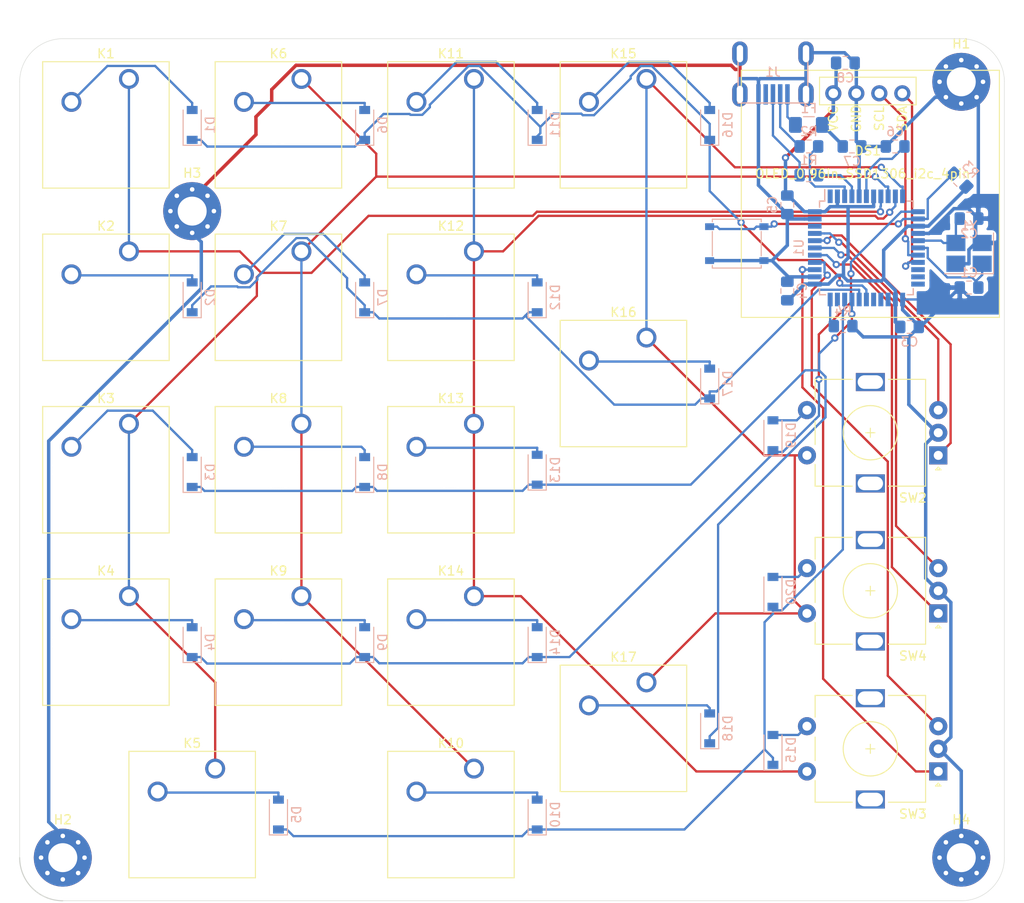
<source format=kicad_pcb>
(kicad_pcb (version 20171130) (host pcbnew "(5.1.4)-1")
  (layers (0 F.Cu signal) (31 B.Cu signal) (34 B.Paste user) (35 F.Paste user) (36 B.SilkS user) (37 F.SilkS user) (38 B.Mask user) (39 F.Mask user) (44 Edge.Cuts user))
  (net 0 "")
  (net 1 GND)
  (net 2 /col3)
  (net 3 /col1)
  (net 4 /col0)
  (net 5 VCC)
  (net 6 /SDA)
  (net 7 /SCL)
  (net 8 /encoder_B3)
  (net 9 /encoder_A3)
  (net 10 /encoder_A1)
  (net 11 /encoder_B1)
  (net 12 /encoder_A2)
  (net 13 /encoder_B2)
  (net 14 /encoder_S2B)
  (net 15 /encoder_S1B)
  (net 16 /encoder_S3B)
  (net 17 +5V)
  (net 18 D-)
  (net 19 D+)
  (net 20 "Net-(R1-Pad1)")
  (net 21 "Net-(R2-Pad1)")
  (net 22 "Net-(R3-Pad2)")
  (net 23 "Net-(R4-Pad2)")
  (net 24 "Net-(C1-Pad1)")
  (net 25 "Net-(C2-Pad1)")
  (net 26 "Net-(C6-Pad1)")
  (net 27 /row0)
  (net 28 "Net-(D1-Pad2)")
  (net 29 /row1)
  (net 30 "Net-(D2-Pad2)")
  (net 31 "Net-(D3-Pad2)")
  (net 32 /row2)
  (net 33 /row3)
  (net 34 "Net-(D4-Pad2)")
  (net 35 "Net-(D5-Pad2)")
  (net 36 /row4)
  (net 37 "Net-(D6-Pad2)")
  (net 38 "Net-(D7-Pad2)")
  (net 39 "Net-(D8-Pad2)")
  (net 40 "Net-(D9-Pad2)")
  (net 41 "Net-(D10-Pad2)")
  (net 42 "Net-(D11-Pad2)")
  (net 43 "Net-(D12-Pad2)")
  (net 44 "Net-(D13-Pad2)")
  (net 45 "Net-(D14-Pad2)")
  (net 46 "Net-(D16-Pad2)")
  (net 47 "Net-(D17-Pad2)")
  (net 48 "Net-(D18-Pad2)")
  (net 49 /col2)
  (module Button_Switch_Keyboard:SW_Cherry_MX_2.00u_Vertical_Plate (layer F.Cu) (at 164.624 126.682)
    (fp_text reference K17 (at -2.54 -2.794) (layer F.SilkS))
    (fp_text value KEYSW)
    (pad "" np_thru_hole circle (at -2.54 5.08) (size 4 4) (drill 4) (layers *.Cu *.Mask))
    (pad 2 thru_hole circle (at -6.35 2.54) (size 2.2 2.2) (drill 1.5) (layers *.Cu *.Mask) (net 48 "Net-(D18-Pad2)"))
    (pad 1 thru_hole circle (at 0 0) (size 2.2 2.2) (drill 1.5) (layers *.Cu *.Mask) (net 2 /col3))
  )
  (module Button_Switch_Keyboard:SW_Cherry_MX_2.00u_Vertical_Plate (layer F.Cu) (at 164.624 88.5824)
    (fp_text reference K16 (at -2.54 -2.794) (layer F.SilkS))
    (fp_text value KEYSW)
    (pad "" np_thru_hole circle (at -2.54 5.08) (size 4 4) (drill 4) (layers *.Cu *.Mask))
    (pad 2 thru_hole circle (at -6.35 2.54) (size 2.2 2.2) (drill 1.5) (layers *.Cu *.Mask) (net 47 "Net-(D17-Pad2)"))
    (pad 1 thru_hole circle (at 0 0) (size 2.2 2.2) (drill 1.5) (layers *.Cu *.Mask) (net 2 /col3))
  )
  (module Button_Switch_Keyboard:SW_Cherry_MX_2.00u_Plate (layer F.Cu) (at 116.998 136.207)
    (fp_text reference K5 (at -2.54 -2.794) (layer F.SilkS))
    (fp_text value KEYSW)
    (pad "" np_thru_hole circle (at -2.54 5.08) (size 4 4) (drill 4) (layers *.Cu *.Mask))
    (pad 2 thru_hole circle (at -6.35 2.54) (size 2.2 2.2) (drill 1.5) (layers *.Cu *.Mask) (net 35 "Net-(D5-Pad2)"))
    (pad 1 thru_hole circle (at 0 0) (size 2.2 2.2) (drill 1.5) (layers *.Cu *.Mask) (net 4 /col0))
  )
  (module Capacitor_SMD:C_0805_2012Metric_Pad1.15x1.40mm_HandSolder (layer B.Cu) (at 192.088 67.4688 180)
    (fp_text reference C6 (at 0 1.65) (layer B.SilkS) (effects (justify mirror)))
    (fp_text value 1uF)
    (pad 2 smd roundrect (at 1.025 0 180) (size 1.15 1.4) (layers B.Cu B.Paste B.Mask) (roundrect_rratio 0.217391) (net 1 GND))
    (pad 1 smd roundrect (at -1.025 0 180) (size 1.15 1.4) (layers B.Cu B.Paste B.Mask) (roundrect_rratio 0.217391) (net 26 "Net-(C6-Pad1)"))
  )
  (module keyboard_parts:OLED_0.96in_SSD1306_i2c_4pin (layer F.Cu) (at 185.261 61.5949)
    (fp_text reference DS1 (at 3.81 6.35) (layer F.SilkS))
    (fp_text value OLED_0.96in_SSD1306_i2c_4pin (at 3.24 8.89) (layer F.SilkS))
    (fp_text user VCC (at 0 2.794 90) (layer F.SilkS))
    (fp_text user GND (at 2.54 2.794 270) (layer F.SilkS))
    (fp_text user SCL (at 5.08 2.794 270) (layer F.SilkS))
    (fp_text user SDA (at 7.62 2.794 270) (layer F.SilkS))
    (pad 1 thru_hole circle (at 0 0) (size 1.778 1.778) (drill 1.05) (layers *.Cu *.Mask) (net 17 +5V))
    (pad 2 thru_hole circle (at 2.54 0) (size 1.778 1.778) (drill 1.05) (layers *.Cu *.Mask) (net 1 GND))
    (pad 3 thru_hole circle (at 5.08 0) (size 1.778 1.778) (drill 1.05) (layers *.Cu *.Mask) (net 7 /SCL))
    (pad 4 thru_hole circle (at 7.62 0) (size 1.778 1.778) (drill 1.05) (layers *.Cu *.Mask) (net 6 /SDA))
  )
  (module Button_Switch_Keyboard:SW_Cherry_MX_1.00u_PCB (layer F.Cu) (at 107.474 60.0074)
    (fp_text reference K1 (at -2.54 -2.794) (layer F.SilkS))
    (fp_text value KEYSW)
    (pad "" np_thru_hole circle (at 2.54 5.08) (size 1.7 1.7) (drill 1.7) (layers *.Cu *.Mask))
    (pad "" np_thru_hole circle (at -7.62 5.08) (size 1.7 1.7) (drill 1.7) (layers *.Cu *.Mask))
    (pad "" np_thru_hole circle (at -2.54 5.08) (size 4 4) (drill 4) (layers *.Cu *.Mask))
    (pad 2 thru_hole circle (at -6.35 2.54) (size 2.2 2.2) (drill 1.5) (layers *.Cu *.Mask) (net 28 "Net-(D1-Pad2)"))
    (pad 1 thru_hole circle (at 0 0) (size 2.2 2.2) (drill 1.5) (layers *.Cu *.Mask) (net 4 /col0))
  )
  (module Button_Switch_Keyboard:SW_Cherry_MX_1.00u_PCB (layer F.Cu) (at 107.474 79.0574)
    (fp_text reference K2 (at -2.54 -2.794) (layer F.SilkS))
    (fp_text value KEYSW)
    (pad 1 thru_hole circle (at 0 0) (size 2.2 2.2) (drill 1.5) (layers *.Cu *.Mask) (net 4 /col0))
    (pad 2 thru_hole circle (at -6.35 2.54) (size 2.2 2.2) (drill 1.5) (layers *.Cu *.Mask) (net 30 "Net-(D2-Pad2)"))
    (pad "" np_thru_hole circle (at -2.54 5.08) (size 4 4) (drill 4) (layers *.Cu *.Mask))
    (pad "" np_thru_hole circle (at -7.62 5.08) (size 1.7 1.7) (drill 1.7) (layers *.Cu *.Mask))
    (pad "" np_thru_hole circle (at 2.54 5.08) (size 1.7 1.7) (drill 1.7) (layers *.Cu *.Mask))
  )
  (module Button_Switch_Keyboard:SW_Cherry_MX_1.00u_PCB (layer F.Cu) (at 107.474 98.1074)
    (fp_text reference K3 (at -2.54 -2.794) (layer F.SilkS))
    (fp_text value KEYSW)
    (pad "" np_thru_hole circle (at 2.54 5.08) (size 1.7 1.7) (drill 1.7) (layers *.Cu *.Mask))
    (pad "" np_thru_hole circle (at -7.62 5.08) (size 1.7 1.7) (drill 1.7) (layers *.Cu *.Mask))
    (pad "" np_thru_hole circle (at -2.54 5.08) (size 4 4) (drill 4) (layers *.Cu *.Mask))
    (pad 2 thru_hole circle (at -6.35 2.54) (size 2.2 2.2) (drill 1.5) (layers *.Cu *.Mask) (net 31 "Net-(D3-Pad2)"))
    (pad 1 thru_hole circle (at 0 0) (size 2.2 2.2) (drill 1.5) (layers *.Cu *.Mask) (net 4 /col0))
  )
  (module Button_Switch_Keyboard:SW_Cherry_MX_1.00u_PCB (layer F.Cu) (at 107.474 117.157)
    (fp_text reference K4 (at -2.54 -2.794) (layer F.SilkS))
    (fp_text value KEYSW)
    (pad 1 thru_hole circle (at 0 0) (size 2.2 2.2) (drill 1.5) (layers *.Cu *.Mask) (net 4 /col0))
    (pad 2 thru_hole circle (at -6.35 2.54) (size 2.2 2.2) (drill 1.5) (layers *.Cu *.Mask) (net 34 "Net-(D4-Pad2)"))
    (pad "" np_thru_hole circle (at -2.54 5.08) (size 4 4) (drill 4) (layers *.Cu *.Mask))
    (pad "" np_thru_hole circle (at -7.62 5.08) (size 1.7 1.7) (drill 1.7) (layers *.Cu *.Mask))
    (pad "" np_thru_hole circle (at 2.54 5.08) (size 1.7 1.7) (drill 1.7) (layers *.Cu *.Mask))
  )
  (module Button_Switch_Keyboard:SW_Cherry_MX_1.00u_PCB (layer F.Cu) (at 126.524 60.0074)
    (fp_text reference K6 (at -2.54 -2.794) (layer F.SilkS))
    (fp_text value KEYSW)
    (pad 1 thru_hole circle (at 0 0) (size 2.2 2.2) (drill 1.5) (layers *.Cu *.Mask) (net 3 /col1))
    (pad 2 thru_hole circle (at -6.35 2.54) (size 2.2 2.2) (drill 1.5) (layers *.Cu *.Mask) (net 37 "Net-(D6-Pad2)"))
    (pad "" np_thru_hole circle (at -2.54 5.08) (size 4 4) (drill 4) (layers *.Cu *.Mask))
    (pad "" np_thru_hole circle (at -7.62 5.08) (size 1.7 1.7) (drill 1.7) (layers *.Cu *.Mask))
    (pad "" np_thru_hole circle (at 2.54 5.08) (size 1.7 1.7) (drill 1.7) (layers *.Cu *.Mask))
  )
  (module Button_Switch_Keyboard:SW_Cherry_MX_1.00u_PCB (layer F.Cu) (at 126.524 79.0574)
    (fp_text reference K7 (at -2.54 -2.794) (layer F.SilkS))
    (fp_text value KEYSW)
    (pad "" np_thru_hole circle (at 2.54 5.08) (size 1.7 1.7) (drill 1.7) (layers *.Cu *.Mask))
    (pad "" np_thru_hole circle (at -7.62 5.08) (size 1.7 1.7) (drill 1.7) (layers *.Cu *.Mask))
    (pad "" np_thru_hole circle (at -2.54 5.08) (size 4 4) (drill 4) (layers *.Cu *.Mask))
    (pad 2 thru_hole circle (at -6.35 2.54) (size 2.2 2.2) (drill 1.5) (layers *.Cu *.Mask) (net 38 "Net-(D7-Pad2)"))
    (pad 1 thru_hole circle (at 0 0) (size 2.2 2.2) (drill 1.5) (layers *.Cu *.Mask) (net 3 /col1))
  )
  (module Button_Switch_Keyboard:SW_Cherry_MX_1.00u_PCB (layer F.Cu) (at 126.524 98.1074)
    (fp_text reference K8 (at -2.54 -2.794) (layer F.SilkS))
    (fp_text value KEYSW)
    (pad 1 thru_hole circle (at 0 0) (size 2.2 2.2) (drill 1.5) (layers *.Cu *.Mask) (net 3 /col1))
    (pad 2 thru_hole circle (at -6.35 2.54) (size 2.2 2.2) (drill 1.5) (layers *.Cu *.Mask) (net 39 "Net-(D8-Pad2)"))
    (pad "" np_thru_hole circle (at -2.54 5.08) (size 4 4) (drill 4) (layers *.Cu *.Mask))
    (pad "" np_thru_hole circle (at -7.62 5.08) (size 1.7 1.7) (drill 1.7) (layers *.Cu *.Mask))
    (pad "" np_thru_hole circle (at 2.54 5.08) (size 1.7 1.7) (drill 1.7) (layers *.Cu *.Mask))
  )
  (module Button_Switch_Keyboard:SW_Cherry_MX_1.00u_PCB (layer F.Cu) (at 126.524 117.157)
    (fp_text reference K9 (at -2.54 -2.794) (layer F.SilkS))
    (fp_text value KEYSW)
    (pad "" np_thru_hole circle (at 2.54 5.08) (size 1.7 1.7) (drill 1.7) (layers *.Cu *.Mask))
    (pad "" np_thru_hole circle (at -7.62 5.08) (size 1.7 1.7) (drill 1.7) (layers *.Cu *.Mask))
    (pad "" np_thru_hole circle (at -2.54 5.08) (size 4 4) (drill 4) (layers *.Cu *.Mask))
    (pad 2 thru_hole circle (at -6.35 2.54) (size 2.2 2.2) (drill 1.5) (layers *.Cu *.Mask) (net 40 "Net-(D9-Pad2)"))
    (pad 1 thru_hole circle (at 0 0) (size 2.2 2.2) (drill 1.5) (layers *.Cu *.Mask) (net 3 /col1))
  )
  (module Button_Switch_Keyboard:SW_Cherry_MX_1.00u_PCB (layer F.Cu) (at 145.574 136.207)
    (fp_text reference K10 (at -2.54 -2.794) (layer F.SilkS))
    (fp_text value KEYSW)
    (pad 1 thru_hole circle (at 0 0) (size 2.2 2.2) (drill 1.5) (layers *.Cu *.Mask) (net 3 /col1))
    (pad 2 thru_hole circle (at -6.35 2.54) (size 2.2 2.2) (drill 1.5) (layers *.Cu *.Mask) (net 41 "Net-(D10-Pad2)"))
    (pad "" np_thru_hole circle (at -2.54 5.08) (size 4 4) (drill 4) (layers *.Cu *.Mask))
    (pad "" np_thru_hole circle (at -7.62 5.08) (size 1.7 1.7) (drill 1.7) (layers *.Cu *.Mask))
    (pad "" np_thru_hole circle (at 2.54 5.08) (size 1.7 1.7) (drill 1.7) (layers *.Cu *.Mask))
  )
  (module Button_Switch_Keyboard:SW_Cherry_MX_1.00u_PCB (layer F.Cu) (at 145.574 60.0074)
    (fp_text reference K11 (at -2.54 -2.794) (layer F.SilkS))
    (fp_text value KEYSW)
    (pad "" np_thru_hole circle (at 2.54 5.08) (size 1.7 1.7) (drill 1.7) (layers *.Cu *.Mask))
    (pad "" np_thru_hole circle (at -7.62 5.08) (size 1.7 1.7) (drill 1.7) (layers *.Cu *.Mask))
    (pad "" np_thru_hole circle (at -2.54 5.08) (size 4 4) (drill 4) (layers *.Cu *.Mask))
    (pad 2 thru_hole circle (at -6.35 2.54) (size 2.2 2.2) (drill 1.5) (layers *.Cu *.Mask) (net 42 "Net-(D11-Pad2)"))
    (pad 1 thru_hole circle (at 0 0) (size 2.2 2.2) (drill 1.5) (layers *.Cu *.Mask) (net 49 /col2))
  )
  (module Button_Switch_Keyboard:SW_Cherry_MX_1.00u_PCB (layer F.Cu) (at 145.574 79.0574)
    (fp_text reference K12 (at -2.54 -2.794) (layer F.SilkS))
    (fp_text value KEYSW)
    (pad 1 thru_hole circle (at 0 0) (size 2.2 2.2) (drill 1.5) (layers *.Cu *.Mask) (net 49 /col2))
    (pad 2 thru_hole circle (at -6.35 2.54) (size 2.2 2.2) (drill 1.5) (layers *.Cu *.Mask) (net 43 "Net-(D12-Pad2)"))
    (pad "" np_thru_hole circle (at -2.54 5.08) (size 4 4) (drill 4) (layers *.Cu *.Mask))
    (pad "" np_thru_hole circle (at -7.62 5.08) (size 1.7 1.7) (drill 1.7) (layers *.Cu *.Mask))
    (pad "" np_thru_hole circle (at 2.54 5.08) (size 1.7 1.7) (drill 1.7) (layers *.Cu *.Mask))
  )
  (module Button_Switch_Keyboard:SW_Cherry_MX_1.00u_PCB (layer F.Cu) (at 145.574 98.1074)
    (fp_text reference K13 (at -2.54 -2.794) (layer F.SilkS))
    (fp_text value KEYSW)
    (pad "" np_thru_hole circle (at 2.54 5.08) (size 1.7 1.7) (drill 1.7) (layers *.Cu *.Mask))
    (pad "" np_thru_hole circle (at -7.62 5.08) (size 1.7 1.7) (drill 1.7) (layers *.Cu *.Mask))
    (pad "" np_thru_hole circle (at -2.54 5.08) (size 4 4) (drill 4) (layers *.Cu *.Mask))
    (pad 2 thru_hole circle (at -6.35 2.54) (size 2.2 2.2) (drill 1.5) (layers *.Cu *.Mask) (net 44 "Net-(D13-Pad2)"))
    (pad 1 thru_hole circle (at 0 0) (size 2.2 2.2) (drill 1.5) (layers *.Cu *.Mask) (net 49 /col2))
  )
  (module Button_Switch_Keyboard:SW_Cherry_MX_1.00u_PCB (layer F.Cu) (at 145.574 117.157)
    (fp_text reference K14 (at -2.54 -2.794) (layer F.SilkS))
    (fp_text value KEYSW)
    (pad 1 thru_hole circle (at 0 0) (size 2.2 2.2) (drill 1.5) (layers *.Cu *.Mask) (net 49 /col2))
    (pad 2 thru_hole circle (at -6.35 2.54) (size 2.2 2.2) (drill 1.5) (layers *.Cu *.Mask) (net 45 "Net-(D14-Pad2)"))
    (pad "" np_thru_hole circle (at -2.54 5.08) (size 4 4) (drill 4) (layers *.Cu *.Mask))
    (pad "" np_thru_hole circle (at -7.62 5.08) (size 1.7 1.7) (drill 1.7) (layers *.Cu *.Mask))
    (pad "" np_thru_hole circle (at 2.54 5.08) (size 1.7 1.7) (drill 1.7) (layers *.Cu *.Mask))
  )
  (module Button_Switch_Keyboard:SW_Cherry_MX_1.00u_PCB (layer F.Cu) (at 164.624 60.0074)
    (fp_text reference K15 (at -2.54 -2.794) (layer F.SilkS))
    (fp_text value KEYSW)
    (pad 1 thru_hole circle (at 0 0) (size 2.2 2.2) (drill 1.5) (layers *.Cu *.Mask) (net 2 /col3))
    (pad 2 thru_hole circle (at -6.35 2.54) (size 2.2 2.2) (drill 1.5) (layers *.Cu *.Mask) (net 46 "Net-(D16-Pad2)"))
    (pad "" np_thru_hole circle (at -2.54 5.08) (size 4 4) (drill 4) (layers *.Cu *.Mask))
    (pad "" np_thru_hole circle (at -7.62 5.08) (size 1.7 1.7) (drill 1.7) (layers *.Cu *.Mask))
    (pad "" np_thru_hole circle (at 2.54 5.08) (size 1.7 1.7) (drill 1.7) (layers *.Cu *.Mask))
  )
  (module Rotary_Encoder:RotaryEncoder_Alps_EC11E-Switch_Vertical_H20mm (layer F.Cu) (at 196.85 101.6 180)
    (fp_text reference SW2 (at 2.8 -4.7) (layer F.SilkS))
    (fp_text value Rotary_Encoder_Switch)
    (pad S1 thru_hole circle (at 14.5 5 180) (size 2 2) (drill 1) (layers *.Cu *.Mask) (net 15 /encoder_S1B))
    (pad S2 thru_hole circle (at 14.5 0 180) (size 2 2) (drill 1) (layers *.Cu *.Mask) (net 2 /col3))
    (pad MP thru_hole rect (at 7.5 8.1 180) (size 3.2 2) (drill oval 2.8 1.5) (layers *.Cu *.Mask))
    (pad MP thru_hole rect (at 7.5 -3.1 180) (size 3.2 2) (drill oval 2.8 1.5) (layers *.Cu *.Mask))
    (pad B thru_hole circle (at 0 5 180) (size 2 2) (drill 1) (layers *.Cu *.Mask) (net 10 /encoder_A1))
    (pad C thru_hole circle (at 0 2.5 180) (size 2 2) (drill 1) (layers *.Cu *.Mask) (net 1 GND))
    (pad A thru_hole rect (at 0 0 180) (size 2 2) (drill 1) (layers *.Cu *.Mask) (net 11 /encoder_B1))
  )
  (module Rotary_Encoder:RotaryEncoder_Alps_EC11E-Switch_Vertical_H20mm (layer F.Cu) (at 196.85 136.525 180)
    (fp_text reference SW3 (at 2.8 -4.7) (layer F.SilkS))
    (fp_text value Rotary_Encoder_Switch)
    (pad A thru_hole rect (at 0 0 180) (size 2 2) (drill 1) (layers *.Cu *.Mask) (net 13 /encoder_B2))
    (pad C thru_hole circle (at 0 2.5 180) (size 2 2) (drill 1) (layers *.Cu *.Mask) (net 1 GND))
    (pad B thru_hole circle (at 0 5 180) (size 2 2) (drill 1) (layers *.Cu *.Mask) (net 12 /encoder_A2))
    (pad MP thru_hole rect (at 7.5 -3.1 180) (size 3.2 2) (drill oval 2.8 1.5) (layers *.Cu *.Mask))
    (pad MP thru_hole rect (at 7.5 8.1 180) (size 3.2 2) (drill oval 2.8 1.5) (layers *.Cu *.Mask))
    (pad S2 thru_hole circle (at 14.5 0 180) (size 2 2) (drill 1) (layers *.Cu *.Mask) (net 49 /col2))
    (pad S1 thru_hole circle (at 14.5 5 180) (size 2 2) (drill 1) (layers *.Cu *.Mask) (net 14 /encoder_S2B))
  )
  (module Rotary_Encoder:RotaryEncoder_Alps_EC11E-Switch_Vertical_H20mm (layer F.Cu) (at 196.85 119.062 180)
    (fp_text reference SW4 (at 2.8 -4.7) (layer F.SilkS))
    (fp_text value Rotary_Encoder_Switch)
    (pad S1 thru_hole circle (at 14.5 5 180) (size 2 2) (drill 1) (layers *.Cu *.Mask) (net 16 /encoder_S3B))
    (pad S2 thru_hole circle (at 14.5 0 180) (size 2 2) (drill 1) (layers *.Cu *.Mask) (net 2 /col3))
    (pad MP thru_hole rect (at 7.5 8.1 180) (size 3.2 2) (drill oval 2.8 1.5) (layers *.Cu *.Mask))
    (pad MP thru_hole rect (at 7.5 -3.1 180) (size 3.2 2) (drill oval 2.8 1.5) (layers *.Cu *.Mask))
    (pad B thru_hole circle (at 0 5 180) (size 2 2) (drill 1) (layers *.Cu *.Mask) (net 9 /encoder_A3))
    (pad C thru_hole circle (at 0 2.5 180) (size 2 2) (drill 1) (layers *.Cu *.Mask) (net 1 GND))
    (pad A thru_hole rect (at 0 0 180) (size 2 2) (drill 1) (layers *.Cu *.Mask) (net 8 /encoder_B3))
  )
  (module Button_Switch_SMD:SW_PUSH_4_5.1x5.1mm (layer B.Cu) (at 171.1 80.4544)
    (fp_text reference SW1)
    (fp_text value SW_Push)
    (pad 1 smd rect (at 0.5 -0.375) (size 1 0.75) (layers B.Cu B.Paste B.Mask) (net 1 GND))
    (pad 2 smd rect (at 6.5 -4.125) (size 1 0.75) (layers B.Cu B.Paste B.Mask) (net 22 "Net-(R3-Pad2)"))
    (pad 1 smd rect (at 6.5 -0.375) (size 1 0.75) (layers B.Cu B.Paste B.Mask) (net 1 GND))
    (pad 2 smd rect (at 0.5 -4.125) (size 1 0.75) (layers B.Cu B.Paste B.Mask) (net 22 "Net-(R3-Pad2)"))
  )
  (module Capacitor_SMD:C_0805_2012Metric_Pad1.15x1.40mm_HandSolder (layer B.Cu) (at 193.675 87.4078)
    (fp_text reference C3 (at 0 1.65 180) (layer B.SilkS) (effects (justify mirror)))
    (fp_text value 0.1uF)
    (pad 2 smd roundrect (at 1.025 0) (size 1.15 1.4) (layers B.Cu B.Paste B.Mask) (roundrect_rratio 0.217391) (net 1 GND))
    (pad 1 smd roundrect (at -1.025 0) (size 1.15 1.4) (layers B.Cu B.Paste B.Mask) (roundrect_rratio 0.217391) (net 17 +5V))
  )
  (module Capacitor_SMD:C_0805_2012Metric_Pad1.15x1.40mm_HandSolder (layer B.Cu) (at 180.181 83.439 90)
    (fp_text reference C4 (at 0 1.65 90) (layer B.SilkS) (effects (justify mirror)))
    (fp_text value 0.1uF)
    (pad 2 smd roundrect (at 1.025 0 90) (size 1.15 1.4) (layers B.Cu B.Paste B.Mask) (roundrect_rratio 0.217391) (net 1 GND))
    (pad 1 smd roundrect (at -1.025 0 90) (size 1.15 1.4) (layers B.Cu B.Paste B.Mask) (roundrect_rratio 0.217391) (net 17 +5V))
  )
  (module Capacitor_SMD:C_0805_2012Metric_Pad1.15x1.40mm_HandSolder (layer B.Cu) (at 180.181 73.914 270)
    (fp_text reference C5 (at 0 1.65 90) (layer B.SilkS) (effects (justify mirror)))
    (fp_text value 0.1uF)
    (pad 1 smd roundrect (at -1.025 0 270) (size 1.15 1.4) (layers B.Cu B.Paste B.Mask) (roundrect_rratio 0.217391) (net 17 +5V))
    (pad 2 smd roundrect (at 1.025 0 270) (size 1.15 1.4) (layers B.Cu B.Paste B.Mask) (roundrect_rratio 0.217391) (net 1 GND))
  )
  (module Capacitor_SMD:C_0805_2012Metric_Pad1.15x1.40mm_HandSolder (layer B.Cu) (at 200.248 83.0581 180)
    (fp_text reference C1 (at 0 1.65 180) (layer B.SilkS) (effects (justify mirror)))
    (fp_text value 22pF)
    (pad 2 smd roundrect (at 1.025 0 180) (size 1.15 1.4) (layers B.Cu B.Paste B.Mask) (roundrect_rratio 0.217391) (net 1 GND))
    (pad 1 smd roundrect (at -1.025 0 180) (size 1.15 1.4) (layers B.Cu B.Paste B.Mask) (roundrect_rratio 0.217391) (net 24 "Net-(C1-Pad1)"))
  )
  (module Capacitor_SMD:C_0805_2012Metric_Pad1.15x1.40mm_HandSolder (layer B.Cu) (at 200.248 75.4381)
    (fp_text reference C2 (at 0 1.65 180) (layer B.SilkS) (effects (justify mirror)))
    (fp_text value 22pF)
    (pad 1 smd roundrect (at -1.025 0) (size 1.15 1.4) (layers B.Cu B.Paste B.Mask) (roundrect_rratio 0.217391) (net 25 "Net-(C2-Pad1)"))
    (pad 2 smd roundrect (at 1.025 0) (size 1.15 1.4) (layers B.Cu B.Paste B.Mask) (roundrect_rratio 0.217391) (net 1 GND))
  )
  (module Capacitor_SMD:C_0805_2012Metric_Pad1.15x1.40mm_HandSolder (layer B.Cu) (at 187.325 67.4688)
    (fp_text reference C7 (at 0 1.65 180) (layer B.SilkS) (effects (justify mirror)))
    (fp_text value 0.1uF)
    (pad 1 smd roundrect (at -1.025 0) (size 1.15 1.4) (layers B.Cu B.Paste B.Mask) (roundrect_rratio 0.217391) (net 17 +5V))
    (pad 2 smd roundrect (at 1.025 0) (size 1.15 1.4) (layers B.Cu B.Paste B.Mask) (roundrect_rratio 0.217391) (net 1 GND))
  )
  (module Capacitor_SMD:C_0805_2012Metric_Pad1.15x1.40mm_HandSolder (layer B.Cu) (at 186.594 58.2294)
    (fp_text reference C8 (at 0 1.65) (layer B.SilkS) (effects (justify mirror)))
    (fp_text value 10uF)
    (pad 2 smd roundrect (at 1.025 0) (size 1.15 1.4) (layers B.Cu B.Paste B.Mask) (roundrect_rratio 0.217391) (net 1 GND))
    (pad 1 smd roundrect (at -1.025 0) (size 1.15 1.4) (layers B.Cu B.Paste B.Mask) (roundrect_rratio 0.217391) (net 17 +5V))
  )
  (module Fuse:Fuse_1206_3216Metric_Pad1.42x1.75mm_HandSolder (layer B.Cu) (at 182.562 65.0875 180)
    (fp_text reference F1 (at 0 1.82) (layer B.SilkS) (effects (justify mirror)))
    (fp_text value "500 mA")
    (pad 1 smd roundrect (at -1.4875 0 180) (size 1.425 1.75) (layers B.Cu B.Paste B.Mask) (roundrect_rratio 0.175439) (net 17 +5V))
    (pad 2 smd roundrect (at 1.4875 0 180) (size 1.425 1.75) (layers B.Cu B.Paste B.Mask) (roundrect_rratio 0.175439) (net 5 VCC))
  )
  (module Resistor_SMD:R_0805_2012Metric_Pad1.15x1.40mm_HandSolder (layer B.Cu) (at 182.562 70.6438 180)
    (fp_text reference R1 (at 0 1.65) (layer B.SilkS) (effects (justify mirror)))
    (fp_text value 22)
    (pad 1 smd roundrect (at -1.025 0 180) (size 1.15 1.4) (layers B.Cu B.Paste B.Mask) (roundrect_rratio 0.217391) (net 20 "Net-(R1-Pad1)"))
    (pad 2 smd roundrect (at 1.025 0 180) (size 1.15 1.4) (layers B.Cu B.Paste B.Mask) (roundrect_rratio 0.217391) (net 19 D+))
  )
  (module Resistor_SMD:R_0805_2012Metric_Pad1.15x1.40mm_HandSolder (layer B.Cu) (at 182.562 67.4688 180)
    (fp_text reference R2 (at 0 1.65) (layer B.SilkS) (effects (justify mirror)))
    (fp_text value 22)
    (pad 2 smd roundrect (at 1.025 0 180) (size 1.15 1.4) (layers B.Cu B.Paste B.Mask) (roundrect_rratio 0.217391) (net 18 D-))
    (pad 1 smd roundrect (at -1.025 0 180) (size 1.15 1.4) (layers B.Cu B.Paste B.Mask) (roundrect_rratio 0.217391) (net 21 "Net-(R2-Pad1)"))
  )
  (module Resistor_SMD:R_0805_2012Metric_Pad1.15x1.40mm_HandSolder (layer B.Cu) (at 199.231 71.1924 135)
    (fp_text reference R3 (at 0 1.65 135) (layer B.SilkS) (effects (justify mirror)))
    (fp_text value 10k)
    (pad 1 smd roundrect (at -1.025 0 135) (size 1.15 1.4) (layers B.Cu B.Paste B.Mask) (roundrect_rratio 0.217391) (net 17 +5V))
    (pad 2 smd roundrect (at 1.025 0 135) (size 1.15 1.4) (layers B.Cu B.Paste B.Mask) (roundrect_rratio 0.217391) (net 22 "Net-(R3-Pad2)"))
  )
  (module Resistor_SMD:R_0805_2012Metric_Pad1.15x1.40mm_HandSolder (layer B.Cu) (at 186.34 87.3124 180)
    (fp_text reference R4 (at 0 1.65) (layer B.SilkS) (effects (justify mirror)))
    (fp_text value 10k)
    (pad 2 smd roundrect (at 1.025 0 180) (size 1.15 1.4) (layers B.Cu B.Paste B.Mask) (roundrect_rratio 0.217391) (net 23 "Net-(R4-Pad2)"))
    (pad 1 smd roundrect (at -1.025 0 180) (size 1.15 1.4) (layers B.Cu B.Paste B.Mask) (roundrect_rratio 0.217391) (net 1 GND))
  )
  (module Package_QFP:TQFP-44_10x10mm_P0.8mm (layer B.Cu) (at 188.912 78.6765 270)
    (fp_text reference U1 (at 0 7.45 90) (layer B.SilkS) (effects (justify mirror)))
    (fp_text value ATmega32U4-AU)
    (pad 1 smd rect (at -5.7 4 270) (size 1.5 0.55) (layers B.Cu B.Paste B.Mask))
    (pad 2 smd rect (at -5.7 3.2 270) (size 1.5 0.55) (layers B.Cu B.Paste B.Mask) (net 17 +5V))
    (pad 3 smd rect (at -5.7 2.4 270) (size 1.5 0.55) (layers B.Cu B.Paste B.Mask) (net 21 "Net-(R2-Pad1)"))
    (pad 4 smd rect (at -5.7 1.6 270) (size 1.5 0.55) (layers B.Cu B.Paste B.Mask) (net 20 "Net-(R1-Pad1)"))
    (pad 5 smd rect (at -5.7 0.8 270) (size 1.5 0.55) (layers B.Cu B.Paste B.Mask) (net 1 GND))
    (pad 6 smd rect (at -5.7 0 270) (size 1.5 0.55) (layers B.Cu B.Paste B.Mask) (net 26 "Net-(C6-Pad1)"))
    (pad 7 smd rect (at -5.7 -0.8 270) (size 1.5 0.55) (layers B.Cu B.Paste B.Mask) (net 17 +5V))
    (pad 8 smd rect (at -5.7 -1.6 270) (size 1.5 0.55) (layers B.Cu B.Paste B.Mask) (net 4 /col0))
    (pad 9 smd rect (at -5.7 -2.4 270) (size 1.5 0.55) (layers B.Cu B.Paste B.Mask) (net 3 /col1))
    (pad 10 smd rect (at -5.7 -3.2 270) (size 1.5 0.55) (layers B.Cu B.Paste B.Mask) (net 49 /col2))
    (pad 11 smd rect (at -5.7 -4 270) (size 1.5 0.55) (layers B.Cu B.Paste B.Mask) (net 2 /col3))
    (pad 12 smd rect (at -4 -5.7 180) (size 1.5 0.55) (layers B.Cu B.Paste B.Mask) (net 33 /row3))
    (pad 13 smd rect (at -3.2 -5.7 180) (size 1.5 0.55) (layers B.Cu B.Paste B.Mask) (net 22 "Net-(R3-Pad2)"))
    (pad 14 smd rect (at -2.4 -5.7 180) (size 1.5 0.55) (layers B.Cu B.Paste B.Mask) (net 17 +5V))
    (pad 15 smd rect (at -1.6 -5.7 180) (size 1.5 0.55) (layers B.Cu B.Paste B.Mask) (net 1 GND))
    (pad 16 smd rect (at -0.8 -5.7 180) (size 1.5 0.55) (layers B.Cu B.Paste B.Mask) (net 25 "Net-(C2-Pad1)"))
    (pad 17 smd rect (at 0 -5.7 180) (size 1.5 0.55) (layers B.Cu B.Paste B.Mask) (net 24 "Net-(C1-Pad1)"))
    (pad 18 smd rect (at 0.8 -5.7 180) (size 1.5 0.55) (layers B.Cu B.Paste B.Mask) (net 7 /SCL))
    (pad 19 smd rect (at 1.6 -5.7 180) (size 1.5 0.55) (layers B.Cu B.Paste B.Mask) (net 6 /SDA))
    (pad 20 smd rect (at 2.4 -5.7 180) (size 1.5 0.55) (layers B.Cu B.Paste B.Mask))
    (pad 21 smd rect (at 3.2 -5.7 180) (size 1.5 0.55) (layers B.Cu B.Paste B.Mask))
    (pad 22 smd rect (at 4 -5.7 180) (size 1.5 0.55) (layers B.Cu B.Paste B.Mask))
    (pad 23 smd rect (at 5.7 -4 270) (size 1.5 0.55) (layers B.Cu B.Paste B.Mask) (net 1 GND))
    (pad 24 smd rect (at 5.7 -3.2 270) (size 1.5 0.55) (layers B.Cu B.Paste B.Mask) (net 17 +5V))
    (pad 25 smd rect (at 5.7 -2.4 270) (size 1.5 0.55) (layers B.Cu B.Paste B.Mask))
    (pad 26 smd rect (at 5.7 -1.6 270) (size 1.5 0.55) (layers B.Cu B.Paste B.Mask))
    (pad 27 smd rect (at 5.7 -0.8 270) (size 1.5 0.55) (layers B.Cu B.Paste B.Mask))
    (pad 28 smd rect (at 5.7 0 270) (size 1.5 0.55) (layers B.Cu B.Paste B.Mask) (net 27 /row0))
    (pad 29 smd rect (at 5.7 0.8 270) (size 1.5 0.55) (layers B.Cu B.Paste B.Mask) (net 29 /row1))
    (pad 30 smd rect (at 5.7 1.6 270) (size 1.5 0.55) (layers B.Cu B.Paste B.Mask) (net 32 /row2))
    (pad 31 smd rect (at 5.7 2.4 270) (size 1.5 0.55) (layers B.Cu B.Paste B.Mask) (net 36 /row4))
    (pad 32 smd rect (at 5.7 3.2 270) (size 1.5 0.55) (layers B.Cu B.Paste B.Mask))
    (pad 33 smd rect (at 5.7 4 270) (size 1.5 0.55) (layers B.Cu B.Paste B.Mask) (net 23 "Net-(R4-Pad2)"))
    (pad 34 smd rect (at 4 5.7 180) (size 1.5 0.55) (layers B.Cu B.Paste B.Mask) (net 17 +5V))
    (pad 35 smd rect (at 3.2 5.7 180) (size 1.5 0.55) (layers B.Cu B.Paste B.Mask) (net 1 GND))
    (pad 36 smd rect (at 2.4 5.7 180) (size 1.5 0.55) (layers B.Cu B.Paste B.Mask) (net 13 /encoder_B2))
    (pad 37 smd rect (at 1.6 5.7 180) (size 1.5 0.55) (layers B.Cu B.Paste B.Mask) (net 12 /encoder_A2))
    (pad 38 smd rect (at 0.8 5.7 180) (size 1.5 0.55) (layers B.Cu B.Paste B.Mask) (net 8 /encoder_B3))
    (pad 39 smd rect (at 0 5.7 180) (size 1.5 0.55) (layers B.Cu B.Paste B.Mask) (net 9 /encoder_A3))
    (pad 40 smd rect (at -0.8 5.7 180) (size 1.5 0.55) (layers B.Cu B.Paste B.Mask) (net 11 /encoder_B1))
    (pad 41 smd rect (at -1.6 5.7 180) (size 1.5 0.55) (layers B.Cu B.Paste B.Mask) (net 10 /encoder_A1))
    (pad 42 smd rect (at -2.4 5.7 180) (size 1.5 0.55) (layers B.Cu B.Paste B.Mask))
    (pad 43 smd rect (at -3.2 5.7 180) (size 1.5 0.55) (layers B.Cu B.Paste B.Mask) (net 1 GND))
    (pad 44 smd rect (at -4 5.7 180) (size 1.5 0.55) (layers B.Cu B.Paste B.Mask) (net 17 +5V))
  )
  (module Crystal:Crystal_SMD_3225-4Pin_3.2x2.5mm_HandSoldering (layer B.Cu) (at 200.248 79.2798 180)
    (fp_text reference Y1 (at 0 3.05 180) (layer B.SilkS) (effects (justify mirror)))
    (fp_text value 16MHz)
    (pad 1 smd rect (at -1.45 -1.15 180) (size 2.1 1.8) (layers B.Cu B.Paste B.Mask) (net 24 "Net-(C1-Pad1)"))
    (pad 2 smd rect (at 1.45 -1.15 180) (size 2.1 1.8) (layers B.Cu B.Paste B.Mask) (net 1 GND))
    (pad 3 smd rect (at 1.45 1.15 180) (size 2.1 1.8) (layers B.Cu B.Paste B.Mask) (net 25 "Net-(C2-Pad1)"))
    (pad 4 smd rect (at -1.45 1.15 180) (size 2.1 1.8) (layers B.Cu B.Paste B.Mask) (net 1 GND))
  )
  (module MountingHole:MountingHole_3.2mm_M3_Pad_Via (layer F.Cu) (at 199.39 60.3249)
    (fp_text reference H1 (at 0 -4.2) (layer F.SilkS))
    (fp_text value MountingHole_Pad)
    (pad 1 thru_hole circle (at 1.697056 -1.697056) (size 0.8 0.8) (drill 0.5) (layers *.Cu *.Mask) (net 1 GND))
    (pad 1 thru_hole circle (at 0 -2.4) (size 0.8 0.8) (drill 0.5) (layers *.Cu *.Mask) (net 1 GND))
    (pad 1 thru_hole circle (at -1.697056 -1.697056) (size 0.8 0.8) (drill 0.5) (layers *.Cu *.Mask) (net 1 GND))
    (pad 1 thru_hole circle (at -2.4 0) (size 0.8 0.8) (drill 0.5) (layers *.Cu *.Mask) (net 1 GND))
    (pad 1 thru_hole circle (at -1.697056 1.697056) (size 0.8 0.8) (drill 0.5) (layers *.Cu *.Mask) (net 1 GND))
    (pad 1 thru_hole circle (at 0 2.4) (size 0.8 0.8) (drill 0.5) (layers *.Cu *.Mask) (net 1 GND))
    (pad 1 thru_hole circle (at 1.697056 1.697056) (size 0.8 0.8) (drill 0.5) (layers *.Cu *.Mask) (net 1 GND))
    (pad 1 thru_hole circle (at 2.4 0) (size 0.8 0.8) (drill 0.5) (layers *.Cu *.Mask) (net 1 GND))
    (pad 1 thru_hole circle (at 0 0) (size 6.4 6.4) (drill 3.2) (layers *.Cu *.Mask) (net 1 GND))
  )
  (module MountingHole:MountingHole_3.2mm_M3_Pad_Via (layer F.Cu) (at 100.171 146.05)
    (fp_text reference H2 (at 0 -4.2) (layer F.SilkS))
    (fp_text value MountingHole_Pad)
    (pad 1 thru_hole circle (at 0 0) (size 6.4 6.4) (drill 3.2) (layers *.Cu *.Mask) (net 1 GND))
    (pad 1 thru_hole circle (at 2.4 0) (size 0.8 0.8) (drill 0.5) (layers *.Cu *.Mask) (net 1 GND))
    (pad 1 thru_hole circle (at 1.697056 1.697056) (size 0.8 0.8) (drill 0.5) (layers *.Cu *.Mask) (net 1 GND))
    (pad 1 thru_hole circle (at 0 2.4) (size 0.8 0.8) (drill 0.5) (layers *.Cu *.Mask) (net 1 GND))
    (pad 1 thru_hole circle (at -1.697056 1.697056) (size 0.8 0.8) (drill 0.5) (layers *.Cu *.Mask) (net 1 GND))
    (pad 1 thru_hole circle (at -2.4 0) (size 0.8 0.8) (drill 0.5) (layers *.Cu *.Mask) (net 1 GND))
    (pad 1 thru_hole circle (at -1.697056 -1.697056) (size 0.8 0.8) (drill 0.5) (layers *.Cu *.Mask) (net 1 GND))
    (pad 1 thru_hole circle (at 0 -2.4) (size 0.8 0.8) (drill 0.5) (layers *.Cu *.Mask) (net 1 GND))
    (pad 1 thru_hole circle (at 1.697056 -1.697056) (size 0.8 0.8) (drill 0.5) (layers *.Cu *.Mask) (net 1 GND))
  )
  (module MountingHole:MountingHole_3.2mm_M3_Pad_Via (layer F.Cu) (at 114.458 74.6124)
    (fp_text reference H3 (at 0 -4.2) (layer F.SilkS))
    (fp_text value MountingHole_Pad)
    (pad 1 thru_hole circle (at 0 0) (size 6.4 6.4) (drill 3.2) (layers *.Cu *.Mask) (net 1 GND))
    (pad 1 thru_hole circle (at 2.4 0) (size 0.8 0.8) (drill 0.5) (layers *.Cu *.Mask) (net 1 GND))
    (pad 1 thru_hole circle (at 1.697056 1.697056) (size 0.8 0.8) (drill 0.5) (layers *.Cu *.Mask) (net 1 GND))
    (pad 1 thru_hole circle (at 0 2.4) (size 0.8 0.8) (drill 0.5) (layers *.Cu *.Mask) (net 1 GND))
    (pad 1 thru_hole circle (at -1.697056 1.697056) (size 0.8 0.8) (drill 0.5) (layers *.Cu *.Mask) (net 1 GND))
    (pad 1 thru_hole circle (at -2.4 0) (size 0.8 0.8) (drill 0.5) (layers *.Cu *.Mask) (net 1 GND))
    (pad 1 thru_hole circle (at -1.697056 -1.697056) (size 0.8 0.8) (drill 0.5) (layers *.Cu *.Mask) (net 1 GND))
    (pad 1 thru_hole circle (at 0 -2.4) (size 0.8 0.8) (drill 0.5) (layers *.Cu *.Mask) (net 1 GND))
    (pad 1 thru_hole circle (at 1.697056 -1.697056) (size 0.8 0.8) (drill 0.5) (layers *.Cu *.Mask) (net 1 GND))
  )
  (module MountingHole:MountingHole_3.2mm_M3_Pad_Via (layer F.Cu) (at 199.39 146.05)
    (fp_text reference H4 (at 0 -4.2) (layer F.SilkS))
    (fp_text value MountingHole_Pad)
    (pad 1 thru_hole circle (at 1.697056 -1.697056) (size 0.8 0.8) (drill 0.5) (layers *.Cu *.Mask) (net 1 GND))
    (pad 1 thru_hole circle (at 0 -2.4) (size 0.8 0.8) (drill 0.5) (layers *.Cu *.Mask) (net 1 GND))
    (pad 1 thru_hole circle (at -1.697056 -1.697056) (size 0.8 0.8) (drill 0.5) (layers *.Cu *.Mask) (net 1 GND))
    (pad 1 thru_hole circle (at -2.4 0) (size 0.8 0.8) (drill 0.5) (layers *.Cu *.Mask) (net 1 GND))
    (pad 1 thru_hole circle (at -1.697056 1.697056) (size 0.8 0.8) (drill 0.5) (layers *.Cu *.Mask) (net 1 GND))
    (pad 1 thru_hole circle (at 0 2.4) (size 0.8 0.8) (drill 0.5) (layers *.Cu *.Mask) (net 1 GND))
    (pad 1 thru_hole circle (at 1.697056 1.697056) (size 0.8 0.8) (drill 0.5) (layers *.Cu *.Mask) (net 1 GND))
    (pad 1 thru_hole circle (at 2.4 0) (size 0.8 0.8) (drill 0.5) (layers *.Cu *.Mask) (net 1 GND))
    (pad 1 thru_hole circle (at 0 0) (size 6.4 6.4) (drill 3.2) (layers *.Cu *.Mask) (net 1 GND))
  )
  (module random-keyboard-parts:Molex-0548190589 (layer B.Cu) (at 178.594 57.2134 270)
    (fp_text reference J1 (at 2.032 0 180) (layer B.SilkS) (effects (justify mirror)))
    (fp_text value USB_B_Mini)
    (pad 1 smd rect (at 4.5 -1.6 270) (size 2.25 0.5) (layers B.Cu B.Paste B.Mask) (net 5 VCC))
    (pad 2 smd rect (at 4.5 -0.8 270) (size 2.25 0.5) (layers B.Cu B.Paste B.Mask) (net 18 D-))
    (pad 3 smd rect (at 4.5 0 270) (size 2.25 0.5) (layers B.Cu B.Paste B.Mask) (net 19 D+))
    (pad 4 smd rect (at 4.5 0.8 270) (size 2.25 0.5) (layers B.Cu B.Paste B.Mask))
    (pad 5 smd rect (at 4.5 1.6 270) (size 2.25 0.5) (layers B.Cu B.Paste B.Mask) (net 1 GND))
    (pad 6 thru_hole oval (at 4.5 3.65 270) (size 2.7 1.7) (drill oval 1.9 0.7) (layers *.Cu *.Mask) (net 1 GND))
    (pad 6 thru_hole oval (at 4.5 -3.65 270) (size 2.7 1.7) (drill oval 1.9 0.7) (layers *.Cu *.Mask) (net 1 GND))
    (pad 6 thru_hole oval (at 0 -3.65 270) (size 2.7 1.7) (drill oval 1.9 0.7) (layers *.Cu *.Mask) (net 1 GND))
    (pad 6 thru_hole oval (at 0 3.65 270) (size 2.7 1.7) (drill oval 1.9 0.7) (layers *.Cu *.Mask) (net 1 GND))
  )
  (module Diode_SMD:D_SOD-123 (layer B.Cu) (at 114.458 65.0874 90)
    (fp_text reference D1 (at 0 2 90) (layer B.SilkS) (effects (justify mirror)))
    (fp_text value D)
    (pad 1 smd rect (at -1.65 0 90) (size 0.9 1.2) (layers B.Cu B.Paste B.Mask) (net 27 /row0))
    (pad 2 smd rect (at 1.65 0 90) (size 0.9 1.2) (layers B.Cu B.Paste B.Mask) (net 28 "Net-(D1-Pad2)"))
  )
  (module Diode_SMD:D_SOD-123 (layer B.Cu) (at 114.458 84.1374 90)
    (fp_text reference D2 (at 0 2 90) (layer B.SilkS) (effects (justify mirror)))
    (fp_text value D)
    (pad 1 smd rect (at -1.65 0 90) (size 0.9 1.2) (layers B.Cu B.Paste B.Mask) (net 29 /row1))
    (pad 2 smd rect (at 1.65 0 90) (size 0.9 1.2) (layers B.Cu B.Paste B.Mask) (net 30 "Net-(D2-Pad2)"))
  )
  (module Diode_SMD:D_SOD-123 (layer B.Cu) (at 114.458 103.442 90)
    (fp_text reference D3 (at 0 2 90) (layer B.SilkS) (effects (justify mirror)))
    (fp_text value D)
    (pad 2 smd rect (at 1.65 0 90) (size 0.9 1.2) (layers B.Cu B.Paste B.Mask) (net 31 "Net-(D3-Pad2)"))
    (pad 1 smd rect (at -1.65 0 90) (size 0.9 1.2) (layers B.Cu B.Paste B.Mask) (net 32 /row2))
  )
  (module Diode_SMD:D_SOD-123 (layer B.Cu) (at 114.458 122.237 90)
    (fp_text reference D4 (at 0 2 90) (layer B.SilkS) (effects (justify mirror)))
    (fp_text value D)
    (pad 1 smd rect (at -1.65 0 90) (size 0.9 1.2) (layers B.Cu B.Paste B.Mask) (net 33 /row3))
    (pad 2 smd rect (at 1.65 0 90) (size 0.9 1.2) (layers B.Cu B.Paste B.Mask) (net 34 "Net-(D4-Pad2)"))
  )
  (module Diode_SMD:D_SOD-123 (layer B.Cu) (at 123.984 141.287 90)
    (fp_text reference D5 (at 0 2 90) (layer B.SilkS) (effects (justify mirror)))
    (fp_text value D)
    (pad 2 smd rect (at 1.65 0 90) (size 0.9 1.2) (layers B.Cu B.Paste B.Mask) (net 35 "Net-(D5-Pad2)"))
    (pad 1 smd rect (at -1.65 0 90) (size 0.9 1.2) (layers B.Cu B.Paste B.Mask) (net 36 /row4))
  )
  (module Diode_SMD:D_SOD-123 (layer B.Cu) (at 133.508 65.0874 90)
    (fp_text reference D6 (at 0 2 90) (layer B.SilkS) (effects (justify mirror)))
    (fp_text value D)
    (pad 2 smd rect (at 1.65 0 90) (size 0.9 1.2) (layers B.Cu B.Paste B.Mask) (net 37 "Net-(D6-Pad2)"))
    (pad 1 smd rect (at -1.65 0 90) (size 0.9 1.2) (layers B.Cu B.Paste B.Mask) (net 27 /row0))
  )
  (module Diode_SMD:D_SOD-123 (layer B.Cu) (at 133.508 84.1374 90)
    (fp_text reference D7 (at 0 2 90) (layer B.SilkS) (effects (justify mirror)))
    (fp_text value D)
    (pad 2 smd rect (at 1.65 0 90) (size 0.9 1.2) (layers B.Cu B.Paste B.Mask) (net 38 "Net-(D7-Pad2)"))
    (pad 1 smd rect (at -1.65 0 90) (size 0.9 1.2) (layers B.Cu B.Paste B.Mask) (net 29 /row1))
  )
  (module Diode_SMD:D_SOD-123 (layer B.Cu) (at 133.508 103.442 90)
    (fp_text reference D8 (at 0 2 90) (layer B.SilkS) (effects (justify mirror)))
    (fp_text value D)
    (pad 1 smd rect (at -1.65 0 90) (size 0.9 1.2) (layers B.Cu B.Paste B.Mask) (net 32 /row2))
    (pad 2 smd rect (at 1.65 0 90) (size 0.9 1.2) (layers B.Cu B.Paste B.Mask) (net 39 "Net-(D8-Pad2)"))
  )
  (module Diode_SMD:D_SOD-123 (layer B.Cu) (at 133.508 122.237 90)
    (fp_text reference D9 (at 0 2 90) (layer B.SilkS) (effects (justify mirror)))
    (fp_text value D)
    (pad 2 smd rect (at 1.65 0 90) (size 0.9 1.2) (layers B.Cu B.Paste B.Mask) (net 40 "Net-(D9-Pad2)"))
    (pad 1 smd rect (at -1.65 0 90) (size 0.9 1.2) (layers B.Cu B.Paste B.Mask) (net 33 /row3))
  )
  (module Diode_SMD:D_SOD-123 (layer B.Cu) (at 152.558 141.287 90)
    (fp_text reference D10 (at 0 2 90) (layer B.SilkS) (effects (justify mirror)))
    (fp_text value D)
    (pad 2 smd rect (at 1.65 0 90) (size 0.9 1.2) (layers B.Cu B.Paste B.Mask) (net 41 "Net-(D10-Pad2)"))
    (pad 1 smd rect (at -1.65 0 90) (size 0.9 1.2) (layers B.Cu B.Paste B.Mask) (net 36 /row4))
  )
  (module Diode_SMD:D_SOD-123 (layer B.Cu) (at 152.558 65.0874 90)
    (fp_text reference D11 (at 0 2 90) (layer B.SilkS) (effects (justify mirror)))
    (fp_text value D)
    (pad 1 smd rect (at -1.65 0 90) (size 0.9 1.2) (layers B.Cu B.Paste B.Mask) (net 27 /row0))
    (pad 2 smd rect (at 1.65 0 90) (size 0.9 1.2) (layers B.Cu B.Paste B.Mask) (net 42 "Net-(D11-Pad2)"))
  )
  (module Diode_SMD:D_SOD-123 (layer B.Cu) (at 152.558 84.1374 90)
    (fp_text reference D12 (at 0 2 90) (layer B.SilkS) (effects (justify mirror)))
    (fp_text value D)
    (pad 1 smd rect (at -1.65 0 90) (size 0.9 1.2) (layers B.Cu B.Paste B.Mask) (net 29 /row1))
    (pad 2 smd rect (at 1.65 0 90) (size 0.9 1.2) (layers B.Cu B.Paste B.Mask) (net 43 "Net-(D12-Pad2)"))
  )
  (module Diode_SMD:D_SOD-123 (layer B.Cu) (at 152.558 103.187 90)
    (fp_text reference D13 (at 0 2 90) (layer B.SilkS) (effects (justify mirror)))
    (fp_text value D)
    (pad 1 smd rect (at -1.65 0 90) (size 0.9 1.2) (layers B.Cu B.Paste B.Mask) (net 32 /row2))
    (pad 2 smd rect (at 1.65 0 90) (size 0.9 1.2) (layers B.Cu B.Paste B.Mask) (net 44 "Net-(D13-Pad2)"))
  )
  (module Diode_SMD:D_SOD-123 (layer B.Cu) (at 152.558 122.237 90)
    (fp_text reference D14 (at 0 2 90) (layer B.SilkS) (effects (justify mirror)))
    (fp_text value D)
    (pad 1 smd rect (at -1.65 0 90) (size 0.9 1.2) (layers B.Cu B.Paste B.Mask) (net 33 /row3))
    (pad 2 smd rect (at 1.65 0 90) (size 0.9 1.2) (layers B.Cu B.Paste B.Mask) (net 45 "Net-(D14-Pad2)"))
  )
  (module Diode_SMD:D_SOD-123 (layer B.Cu) (at 178.594 134.144 90)
    (fp_text reference D15 (at 0 2 90) (layer B.SilkS) (effects (justify mirror)))
    (fp_text value D)
    (pad 1 smd rect (at -1.65 0 90) (size 0.9 1.2) (layers B.Cu B.Paste B.Mask) (net 36 /row4))
    (pad 2 smd rect (at 1.65 0 90) (size 0.9 1.2) (layers B.Cu B.Paste B.Mask) (net 14 /encoder_S2B))
  )
  (module Diode_SMD:D_SOD-123 (layer B.Cu) (at 171.608 65.0874 90)
    (fp_text reference D16 (at 0 2 90) (layer B.SilkS) (effects (justify mirror)))
    (fp_text value D)
    (pad 2 smd rect (at 1.65 0 90) (size 0.9 1.2) (layers B.Cu B.Paste B.Mask) (net 46 "Net-(D16-Pad2)"))
    (pad 1 smd rect (at -1.65 0 90) (size 0.9 1.2) (layers B.Cu B.Paste B.Mask) (net 27 /row0))
  )
  (module Diode_SMD:D_SOD-123 (layer B.Cu) (at 171.608 93.6624 90)
    (fp_text reference D17 (at 0 2 90) (layer B.SilkS) (effects (justify mirror)))
    (fp_text value D)
    (pad 2 smd rect (at 1.65 0 90) (size 0.9 1.2) (layers B.Cu B.Paste B.Mask) (net 47 "Net-(D17-Pad2)"))
    (pad 1 smd rect (at -1.65 0 90) (size 0.9 1.2) (layers B.Cu B.Paste B.Mask) (net 29 /row1))
  )
  (module Diode_SMD:D_SOD-123 (layer B.Cu) (at 171.608 131.762 90)
    (fp_text reference D18 (at 0 2 90) (layer B.SilkS) (effects (justify mirror)))
    (fp_text value D)
    (pad 2 smd rect (at 1.65 0 90) (size 0.9 1.2) (layers B.Cu B.Paste B.Mask) (net 48 "Net-(D18-Pad2)"))
    (pad 1 smd rect (at -1.65 0 90) (size 0.9 1.2) (layers B.Cu B.Paste B.Mask) (net 32 /row2))
  )
  (module Diode_SMD:D_SOD-123 (layer B.Cu) (at 178.594 99.3774 90)
    (fp_text reference D19 (at 0 2 90) (layer B.SilkS) (effects (justify mirror)))
    (fp_text value D)
    (pad 1 smd rect (at -1.65 0 90) (size 0.9 1.2) (layers B.Cu B.Paste B.Mask) (net 33 /row3))
    (pad 2 smd rect (at 1.65 0 90) (size 0.9 1.2) (layers B.Cu B.Paste B.Mask) (net 15 /encoder_S1B))
  )
  (module Diode_SMD:D_SOD-123 (layer B.Cu) (at 178.594 116.681 90)
    (fp_text reference D20 (at 0 2 90) (layer B.SilkS) (effects (justify mirror)))
    (fp_text value D)
    (pad 2 smd rect (at 1.65 0 90) (size 0.9 1.2) (layers B.Cu B.Paste B.Mask) (net 16 /encoder_S3B))
    (pad 1 smd rect (at -1.65 0 90) (size 0.9 1.2) (layers B.Cu B.Paste B.Mask) (net 36 /row4))
  )
  (gr_line (start 100.171 55.56245) (end 199.38975 55.56245) (layer Edge.Cuts) (width 0.05))
  (gr_arc (start 199.38975 60.32495) (end 204.15225 60.32495) (angle -90) (layer Edge.Cuts) (width 0.05))
  (gr_line (start 199.38975 150.81245) (end 100.171 150.81245) (layer Edge.Cuts) (width 0.05))
  (gr_arc (start 199.38975 146.04995) (end 199.38975 150.81245) (angle -90) (layer Edge.Cuts) (width 0.05))
  (gr_line (start 95.4085 60.32495) (end 95.4085 146.04995) (layer Edge.Cuts) (width 0.05))
  (gr_arc (start 100.171 60.32495) (end 100.171 55.56245) (angle -90) (layer Edge.Cuts) (width 0.05))
  (gr_arc (start 100.171 146.04995) (end 95.4085 146.04995) (angle -90) (layer Edge.Cuts) (width 0.12))
  (gr_line (start 204.15225 60.32495) (end 204.15225 146.04995) (layer Edge.Cuts) (width 0.05))
  (segment (start 188.35 67.4688) (end 188.112 67.7068) (width 0.381) (layer B.Cu) (net 1))
  (segment (start 188.112 67.7068) (end 188.112 72.9765) (width 0.381) (layer B.Cu) (net 1))
  (segment (start 187.801 61.5949) (end 187.801 58.4114) (width 0.381) (layer B.Cu) (net 1))
  (segment (start 187.801 58.4114) (end 187.619 58.2294) (width 0.381) (layer B.Cu) (net 1))
  (segment (start 188.35 67.4688) (end 187.801 66.9198) (width 0.381) (layer B.Cu) (net 1))
  (segment (start 187.801 66.9198) (end 187.801 61.5949) (width 0.381) (layer B.Cu) (net 1))
  (segment (start 182.244 57.2134) (end 182.3477 57.1097) (width 0.381) (layer B.Cu) (net 1))
  (segment (start 182.3477 57.1097) (end 186.4993 57.1097) (width 0.381) (layer B.Cu) (net 1))
  (segment (start 186.4993 57.1097) (end 187.619 58.2294) (width 0.381) (layer B.Cu) (net 1))
  (segment (start 182.244 59.9726) (end 182.244 58.9542) (width 0.381) (layer B.Cu) (net 1))
  (segment (start 176.994 60.1413) (end 177.1627 59.9726) (width 0.381) (layer B.Cu) (net 1))
  (segment (start 177.1627 59.9726) (end 182.244 59.9726) (width 0.381) (layer B.Cu) (net 1))
  (segment (start 182.244 61.7134) (end 182.244 59.9726) (width 0.381) (layer B.Cu) (net 1))
  (segment (start 182.244 57.2134) (end 182.244 58.9542) (width 0.381) (layer B.Cu) (net 1))
  (segment (start 176.994 60.1413) (end 176.8253 59.9726) (width 0.381) (layer B.Cu) (net 1))
  (segment (start 176.8253 59.9726) (end 174.944 59.9726) (width 0.381) (layer B.Cu) (net 1))
  (segment (start 176.994 60.1976) (end 176.994 60.1413) (width 0.381) (layer B.Cu) (net 1))
  (segment (start 196.99 60.3249) (end 197.6929 59.622) (width 0.381) (layer F.Cu) (net 1))
  (segment (start 197.6929 59.622) (end 197.6929 58.6278) (width 0.381) (layer F.Cu) (net 1))
  (segment (start 201.0871 59.622) (end 201.0871 58.6278) (width 0.381) (layer B.Cu) (net 1))
  (segment (start 201.79 60.3249) (end 201.0871 59.622) (width 0.381) (layer B.Cu) (net 1))
  (segment (start 199.39 60.3249) (end 200.3842 60.3249) (width 0.381) (layer B.Cu) (net 1))
  (segment (start 200.3842 60.3249) (end 201.0871 59.622) (width 0.381) (layer B.Cu) (net 1))
  (segment (start 196.99 62.022) (end 196.5098 62.022) (width 0.381) (layer B.Cu) (net 1))
  (segment (start 196.5098 62.022) (end 191.063 67.4688) (width 0.381) (layer B.Cu) (net 1))
  (segment (start 197.6929 62.022) (end 196.99 62.022) (width 0.381) (layer B.Cu) (net 1))
  (segment (start 196.99 62.022) (end 196.99 60.3249) (width 0.381) (layer B.Cu) (net 1))
  (segment (start 176.994 61.7134) (end 176.994 60.1976) (width 0.381) (layer B.Cu) (net 1))
  (segment (start 174.944 61.7134) (end 174.944 59.9726) (width 0.381) (layer B.Cu) (net 1))
  (segment (start 198.6871 147.7471) (end 199.39 148.45) (width 0.381) (layer F.Cu) (net 1))
  (segment (start 197.6929 147.7471) (end 198.6871 147.7471) (width 0.381) (layer F.Cu) (net 1))
  (segment (start 198.6871 147.7471) (end 198.6871 146.7529) (width 0.381) (layer F.Cu) (net 1))
  (segment (start 198.6871 146.7529) (end 199.39 146.05) (width 0.381) (layer F.Cu) (net 1))
  (segment (start 198.798 80.4298) (end 200.2388 80.4298) (width 0.381) (layer B.Cu) (net 1))
  (segment (start 200.9776 78.1298) (end 200.2388 78.8686) (width 0.381) (layer B.Cu) (net 1))
  (segment (start 200.2388 78.8686) (end 200.2388 80.4298) (width 0.381) (layer B.Cu) (net 1))
  (segment (start 201.273 75.4381) (end 200.9776 75.7335) (width 0.381) (layer B.Cu) (net 1))
  (segment (start 200.9776 75.7335) (end 200.9776 78.1298) (width 0.381) (layer B.Cu) (net 1))
  (segment (start 199.39 62.7249) (end 198.3958 62.7249) (width 0.381) (layer F.Cu) (net 1))
  (segment (start 198.3958 62.7249) (end 197.6929 62.022) (width 0.381) (layer F.Cu) (net 1))
  (segment (start 201.0871 62.022) (end 200.3842 62.7249) (width 0.381) (layer F.Cu) (net 1))
  (segment (start 200.3842 62.7249) (end 199.39 62.7249) (width 0.381) (layer F.Cu) (net 1))
  (segment (start 193.5987 88.5091) (end 188.5617 88.5091) (width 0.381) (layer B.Cu) (net 1))
  (segment (start 188.5617 88.5091) (end 187.365 87.3124) (width 0.381) (layer B.Cu) (net 1))
  (segment (start 194.7 87.4078) (end 193.5987 88.5091) (width 0.381) (layer B.Cu) (net 1))
  (segment (start 196.709 99.1) (end 193.5987 95.9897) (width 0.381) (layer B.Cu) (net 1))
  (segment (start 193.5987 95.9897) (end 193.5987 88.5091) (width 0.381) (layer B.Cu) (net 1))
  (segment (start 196.709 99.1) (end 195.4591 100.3499) (width 0.381) (layer B.Cu) (net 1))
  (segment (start 195.4591 100.3499) (end 195.4591 115.1711) (width 0.381) (layer B.Cu) (net 1))
  (segment (start 195.4591 115.1711) (end 196.85 116.562) (width 0.381) (layer B.Cu) (net 1))
  (segment (start 196.85 99.1) (end 196.709 99.1) (width 0.381) (layer B.Cu) (net 1))
  (segment (start 194.7 87.3053) (end 194.7 87.4078) (width 0.381) (layer B.Cu) (net 1))
  (segment (start 177.6 80.0794) (end 171.6 80.0794) (width 0.381) (layer B.Cu) (net 1))
  (segment (start 178.0454 80.0794) (end 177.6 80.0794) (width 0.381) (layer B.Cu) (net 1))
  (segment (start 178.0454 80.0794) (end 178.4908 80.0794) (width 0.381) (layer B.Cu) (net 1))
  (segment (start 180.181 75.4765) (end 180.181 78.3892) (width 0.381) (layer B.Cu) (net 1))
  (segment (start 180.181 78.3892) (end 178.4908 80.0794) (width 0.381) (layer B.Cu) (net 1))
  (segment (start 178.4908 80.0794) (end 180.181 81.7696) (width 0.381) (layer B.Cu) (net 1))
  (segment (start 180.181 81.7696) (end 180.181 81.8765) (width 0.381) (layer B.Cu) (net 1))
  (segment (start 174.944 58.9542) (end 174.944 61.7134) (width 0.381) (layer F.Cu) (net 1))
  (segment (start 115.4522 72.2124) (end 121.5015 66.1631) (width 0.381) (layer F.Cu) (net 1))
  (segment (start 121.5015 66.1631) (end 121.5015 64.1886) (width 0.381) (layer F.Cu) (net 1))
  (segment (start 121.5015 64.1886) (end 123.2398 62.4503) (width 0.381) (layer F.Cu) (net 1))
  (segment (start 123.2398 62.4503) (end 123.2398 61.1825) (width 0.381) (layer F.Cu) (net 1))
  (segment (start 123.2398 61.1825) (end 125.9224 58.4999) (width 0.381) (layer F.Cu) (net 1))
  (segment (start 125.9224 58.4999) (end 173.9757 58.4999) (width 0.381) (layer F.Cu) (net 1))
  (segment (start 173.9757 58.4999) (end 174.43 58.9542) (width 0.381) (layer F.Cu) (net 1))
  (segment (start 174.43 58.9542) (end 174.944 58.9542) (width 0.381) (layer F.Cu) (net 1))
  (segment (start 113.4638 72.9153) (end 113.7551 72.9153) (width 0.381) (layer F.Cu) (net 1))
  (segment (start 113.7551 72.9153) (end 114.458 72.2124) (width 0.381) (layer F.Cu) (net 1))
  (segment (start 112.7609 72.9153) (end 113.4638 72.9153) (width 0.381) (layer F.Cu) (net 1))
  (segment (start 113.4638 72.9153) (end 113.4638 74.6124) (width 0.381) (layer F.Cu) (net 1))
  (segment (start 113.4638 74.6124) (end 112.7609 75.3153) (width 0.381) (layer F.Cu) (net 1))
  (segment (start 114.458 74.6124) (end 113.4638 74.6124) (width 0.381) (layer F.Cu) (net 1))
  (segment (start 112.7609 75.3153) (end 112.7609 76.3095) (width 0.381) (layer F.Cu) (net 1))
  (segment (start 112.058 74.6124) (end 112.7609 75.3153) (width 0.381) (layer F.Cu) (net 1))
  (segment (start 97.771 146.05) (end 98.4739 145.3471) (width 0.381) (layer B.Cu) (net 1))
  (segment (start 98.4739 145.3471) (end 98.4739 144.3529) (width 0.381) (layer B.Cu) (net 1))
  (segment (start 99.6739 143.1529) (end 98.6119 142.0909) (width 0.381) (layer B.Cu) (net 1))
  (segment (start 98.6119 142.0909) (end 98.6119 100.0182) (width 0.381) (layer B.Cu) (net 1))
  (segment (start 98.6119 100.0182) (end 115.4664 83.1637) (width 0.381) (layer B.Cu) (net 1))
  (segment (start 115.4664 83.1637) (end 115.4664 78.0208) (width 0.381) (layer B.Cu) (net 1))
  (segment (start 115.4664 78.0208) (end 114.9551 77.5095) (width 0.381) (layer B.Cu) (net 1))
  (segment (start 100.171 143.65) (end 99.6739 143.1529) (width 0.381) (layer B.Cu) (net 1))
  (segment (start 98.4739 144.3529) (end 99.6739 143.1529) (width 0.381) (layer B.Cu) (net 1))
  (segment (start 100.171 146.05) (end 99.1768 146.05) (width 0.381) (layer F.Cu) (net 1))
  (segment (start 99.1768 146.05) (end 98.4739 146.7529) (width 0.381) (layer F.Cu) (net 1))
  (segment (start 98.4739 146.7529) (end 98.4739 147.7471) (width 0.381) (layer F.Cu) (net 1))
  (segment (start 97.771 146.05) (end 98.4739 146.7529) (width 0.381) (layer F.Cu) (net 1))
  (segment (start 201.698 78.1298) (end 200.9776 78.1298) (width 0.381) (layer B.Cu) (net 1))
  (segment (start 195.7528 77.0765) (end 195.8411 77.0765) (width 0.381) (layer B.Cu) (net 1))
  (segment (start 195.8411 77.0765) (end 198.5802 74.3374) (width 0.381) (layer B.Cu) (net 1))
  (segment (start 198.5802 74.3374) (end 200.1723 74.3374) (width 0.381) (layer B.Cu) (net 1))
  (segment (start 200.1723 74.3374) (end 201.273 75.4381) (width 0.381) (layer B.Cu) (net 1))
  (segment (start 180.181 74.939) (end 180.181 75.4765) (width 0.381) (layer B.Cu) (net 1))
  (segment (start 180.181 75.4765) (end 182.0712 75.4765) (width 0.381) (layer B.Cu) (net 1))
  (segment (start 116.1551 76.3095) (end 114.9551 77.5095) (width 0.381) (layer B.Cu) (net 1))
  (segment (start 116.858 74.6124) (end 116.858 75.6066) (width 0.381) (layer B.Cu) (net 1))
  (segment (start 116.858 75.6066) (end 116.1551 76.3095) (width 0.381) (layer B.Cu) (net 1))
  (segment (start 114.9551 77.5095) (end 114.458 77.0124) (width 0.381) (layer B.Cu) (net 1))
  (segment (start 194.7 87.3053) (end 194.9758 87.3053) (width 0.381) (layer B.Cu) (net 1))
  (segment (start 194.9758 87.3053) (end 199.223 83.0581) (width 0.381) (layer B.Cu) (net 1))
  (segment (start 180.181 81.8765) (end 180.181 82.414) (width 0.381) (layer B.Cu) (net 1))
  (segment (start 180.181 81.8765) (end 182.0712 81.8765) (width 0.381) (layer B.Cu) (net 1))
  (segment (start 183.212 81.8765) (end 182.0712 81.8765) (width 0.381) (layer B.Cu) (net 1))
  (segment (start 192.912 85.5173) (end 194.7 87.3053) (width 0.381) (layer B.Cu) (net 1))
  (segment (start 196.85 116.562) (end 196.9518 116.562) (width 0.381) (layer B.Cu) (net 1))
  (segment (start 196.9518 116.562) (end 198.2409 117.8511) (width 0.381) (layer B.Cu) (net 1))
  (segment (start 198.2409 117.8511) (end 198.2409 132.7237) (width 0.381) (layer B.Cu) (net 1))
  (segment (start 198.2409 132.7237) (end 196.9396 134.025) (width 0.381) (layer B.Cu) (net 1))
  (segment (start 201.698 78.1298) (end 203.1388 78.1298) (width 0.381) (layer B.Cu) (net 1))
  (segment (start 203.1388 78.1298) (end 203.1388 82.9088) (width 0.381) (layer B.Cu) (net 1))
  (segment (start 203.1388 82.9088) (end 201.8761 84.1715) (width 0.381) (layer B.Cu) (net 1))
  (segment (start 201.8761 84.1715) (end 200.3364 84.1715) (width 0.381) (layer B.Cu) (net 1))
  (segment (start 200.3364 84.1715) (end 199.223 83.0581) (width 0.381) (layer B.Cu) (net 1))
  (segment (start 115.4522 72.2124) (end 116.1551 72.9153) (width 0.381) (layer F.Cu) (net 1))
  (segment (start 114.458 72.2124) (end 115.4522 72.2124) (width 0.381) (layer F.Cu) (net 1))
  (segment (start 174.944 57.2134) (end 174.944 58.9542) (width 0.381) (layer F.Cu) (net 1))
  (segment (start 196.9396 134.025) (end 196.85 134.025) (width 0.381) (layer B.Cu) (net 1))
  (segment (start 199.39 143.65) (end 199.39 136.4754) (width 0.381) (layer B.Cu) (net 1))
  (segment (start 199.39 136.4754) (end 196.9396 134.025) (width 0.381) (layer B.Cu) (net 1))
  (segment (start 201.0871 62.022) (end 201.273 62.2079) (width 0.381) (layer B.Cu) (net 1))
  (segment (start 201.273 62.2079) (end 201.273 75.4381) (width 0.381) (layer B.Cu) (net 1))
  (segment (start 201.79 60.3249) (end 201.0871 61.0278) (width 0.381) (layer B.Cu) (net 1))
  (segment (start 201.0871 61.0278) (end 201.0871 62.022) (width 0.381) (layer B.Cu) (net 1))
  (segment (start 180.181 74.939) (end 176.994 71.752) (width 0.381) (layer B.Cu) (net 1))
  (segment (start 176.994 71.752) (end 176.994 61.7134) (width 0.381) (layer B.Cu) (net 1))
  (segment (start 188.35 67.4688) (end 191.063 67.4688) (width 0.381) (layer B.Cu) (net 1))
  (segment (start 194.612 77.0765) (end 195.7528 77.0765) (width 0.381) (layer B.Cu) (net 1))
  (segment (start 192.912 84.3765) (end 192.912 85.5173) (width 0.381) (layer B.Cu) (net 1))
  (segment (start 182.787 75.4765) (end 183.212 75.4765) (width 0.381) (layer B.Cu) (net 1))
  (segment (start 182.787 75.4765) (end 182.0712 75.4765) (width 0.381) (layer B.Cu) (net 1))
  (segment (start 199.39 57.9249) (end 198.3958 57.9249) (width 0.381) (layer F.Cu) (net 1))
  (segment (start 198.3958 57.9249) (end 197.6929 58.6278) (width 0.381) (layer F.Cu) (net 1))
  (segment (start 199.39 143.65) (end 198.3958 143.65) (width 0.381) (layer F.Cu) (net 1))
  (segment (start 198.3958 143.65) (end 197.6929 144.3529) (width 0.381) (layer F.Cu) (net 1))
  (segment (start 196.99 146.05) (end 197.6929 145.3471) (width 0.381) (layer B.Cu) (net 1))
  (segment (start 197.6929 145.3471) (end 197.6929 144.3529) (width 0.381) (layer B.Cu) (net 1))
  (segment (start 197.6929 147.7471) (end 196.99 147.0442) (width 0.381) (layer B.Cu) (net 1))
  (segment (start 196.99 147.0442) (end 196.99 146.05) (width 0.381) (layer B.Cu) (net 1))
  (segment (start 199.39 148.45) (end 200.3842 148.45) (width 0.381) (layer F.Cu) (net 1))
  (segment (start 200.3842 148.45) (end 201.0871 147.7471) (width 0.381) (layer F.Cu) (net 1))
  (segment (start 201.79 146.05) (end 201.0871 145.3471) (width 0.381) (layer B.Cu) (net 1))
  (segment (start 201.0871 145.3471) (end 201.0871 144.3529) (width 0.381) (layer B.Cu) (net 1))
  (segment (start 201.79 146.05) (end 201.0871 146.7529) (width 0.381) (layer B.Cu) (net 1))
  (segment (start 201.0871 146.7529) (end 201.0871 147.7471) (width 0.381) (layer B.Cu) (net 1))
  (segment (start 101.8681 147.7471) (end 102.571 147.0442) (width 0.381) (layer B.Cu) (net 1))
  (segment (start 102.571 147.0442) (end 102.571 146.05) (width 0.381) (layer B.Cu) (net 1))
  (segment (start 100.171 148.45) (end 99.1768 148.45) (width 0.381) (layer F.Cu) (net 1))
  (segment (start 99.1768 148.45) (end 98.4739 147.7471) (width 0.381) (layer F.Cu) (net 1))
  (segment (start 100.171 143.65) (end 101.1652 143.65) (width 0.381) (layer F.Cu) (net 1))
  (segment (start 101.1652 143.65) (end 101.8681 144.3529) (width 0.381) (layer F.Cu) (net 1))
  (segment (start 101.8681 144.3529) (end 102.571 145.0558) (width 0.381) (layer B.Cu) (net 1))
  (segment (start 102.571 145.0558) (end 102.571 146.05) (width 0.381) (layer B.Cu) (net 1))
  (segment (start 116.1551 72.9153) (end 116.858 73.6182) (width 0.381) (layer B.Cu) (net 1))
  (segment (start 116.858 73.6182) (end 116.858 74.6124) (width 0.381) (layer B.Cu) (net 1))
  (segment (start 192.912 84.3765) (end 195.34255 84.3765) (width 0.254) (layer B.Cu) (net 1))
  (segment (start 181.0047 101.6) (end 177.6416 101.6) (width 0.254) (layer F.Cu) (net 2))
  (segment (start 177.6416 101.6) (end 164.624 88.5824) (width 0.254) (layer F.Cu) (net 2))
  (segment (start 182.35 101.6) (end 181.0047 101.6) (width 0.254) (layer F.Cu) (net 2))
  (segment (start 181.0047 101.6) (end 181.0047 117.7167) (width 0.254) (layer F.Cu) (net 2))
  (segment (start 181.0047 117.7167) (end 182.35 119.062) (width 0.254) (layer F.Cu) (net 2))
  (segment (start 182.35 119.062) (end 172.244 119.062) (width 0.254) (layer F.Cu) (net 2))
  (segment (start 172.244 119.062) (end 164.624 126.682) (width 0.254) (layer F.Cu) (net 2))
  (segment (start 164.624 88.5824) (end 164.624 60.0074) (width 0.254) (layer B.Cu) (net 2))
  (segment (start 192.912 72.9765) (end 192.912 71.8992) (width 0.254) (layer B.Cu) (net 2))
  (segment (start 164.624 60.0074) (end 174.3865 69.7699) (width 0.254) (layer F.Cu) (net 2))
  (segment (start 174.3865 69.7699) (end 190.5549 69.7699) (width 0.254) (layer F.Cu) (net 2))
  (segment (start 192.912 71.8992) (end 192.6842 71.8992) (width 0.254) (layer B.Cu) (net 2))
  (segment (start 192.6842 71.8992) (end 190.5549 69.7699) (width 0.254) (layer B.Cu) (net 2))
  (via (at 190.5549 69.7699) (size 0.8) (layers F.Cu B.Cu) (net 2))
  (segment (start 134.7821 70.7993) (end 126.524 79.0574) (width 0.254) (layer F.Cu) (net 3))
  (segment (start 189.8898 70.7993) (end 134.7821 70.7993) (width 0.254) (layer F.Cu) (net 3))
  (segment (start 134.7821 70.7993) (end 134.7821 68.2655) (width 0.254) (layer F.Cu) (net 3))
  (segment (start 134.7821 68.2655) (end 126.524 60.0074) (width 0.254) (layer F.Cu) (net 3))
  (segment (start 191.312 72.9765) (end 191.312 71.8992) (width 0.254) (layer B.Cu) (net 3))
  (segment (start 191.312 71.8992) (end 190.9897 71.8992) (width 0.254) (layer B.Cu) (net 3))
  (segment (start 190.9897 71.8992) (end 189.8898 70.7993) (width 0.254) (layer B.Cu) (net 3))
  (segment (start 126.524 98.1074) (end 126.524 79.0574) (width 0.254) (layer B.Cu) (net 3))
  (segment (start 126.524 98.1074) (end 126.524 117.157) (width 0.254) (layer F.Cu) (net 3))
  (segment (start 145.574 136.207) (end 126.524 117.157) (width 0.254) (layer F.Cu) (net 3))
  (via (at 189.8898 70.7993) (size 0.8) (layers F.Cu B.Cu) (net 3))
  (segment (start 122.0838 81.4319) (end 127.636 81.4319) (width 0.254) (layer F.Cu) (net 4))
  (segment (start 127.636 81.4319) (end 133.9345 75.1334) (width 0.254) (layer F.Cu) (net 4))
  (segment (start 133.9345 75.1334) (end 152.072 75.1334) (width 0.254) (layer F.Cu) (net 4))
  (segment (start 152.072 75.1334) (end 152.5263 74.6791) (width 0.254) (layer F.Cu) (net 4))
  (segment (start 152.5263 74.6791) (end 190.4674 74.6791) (width 0.254) (layer F.Cu) (net 4))
  (segment (start 190.512 72.9765) (end 190.512 74.0538) (width 0.254) (layer B.Cu) (net 4))
  (segment (start 190.512 74.0538) (end 190.4674 74.0984) (width 0.254) (layer B.Cu) (net 4))
  (segment (start 190.4674 74.0984) (end 190.4674 74.6791) (width 0.254) (layer B.Cu) (net 4))
  (segment (start 122.0838 81.4319) (end 119.7092 79.0574) (width 0.254) (layer F.Cu) (net 4))
  (segment (start 119.7092 79.0574) (end 107.474 79.0574) (width 0.254) (layer F.Cu) (net 4))
  (segment (start 107.474 98.1074) (end 121.6014 83.98) (width 0.254) (layer F.Cu) (net 4))
  (segment (start 121.6014 83.98) (end 121.6014 81.9143) (width 0.254) (layer F.Cu) (net 4))
  (segment (start 121.6014 81.9143) (end 122.0838 81.4319) (width 0.254) (layer F.Cu) (net 4))
  (segment (start 107.474 117.157) (end 116.998 126.681) (width 0.254) (layer F.Cu) (net 4))
  (segment (start 116.998 126.681) (end 116.998 136.207) (width 0.254) (layer F.Cu) (net 4))
  (segment (start 107.474 117.157) (end 107.474 98.1074) (width 0.254) (layer B.Cu) (net 4))
  (segment (start 107.474 79.0574) (end 107.474 60.0074) (width 0.254) (layer B.Cu) (net 4))
  (via (at 190.4674 74.6791) (size 0.8) (layers F.Cu B.Cu) (net 4))
  (segment (start 180.194 61.7134) (end 180.194 64.207) (width 0.254) (layer B.Cu) (net 5))
  (segment (start 180.194 64.207) (end 181.0745 65.0875) (width 0.254) (layer B.Cu) (net 5))
  (segment (start 194.612 80.2765) (end 193.5347 80.2765) (width 0.254) (layer B.Cu) (net 6))
  (segment (start 193.249 80.6886) (end 193.9524 79.9852) (width 0.254) (layer F.Cu) (net 6))
  (segment (start 193.9524 79.9852) (end 193.9524 62.6663) (width 0.254) (layer F.Cu) (net 6))
  (segment (start 193.9524 62.6663) (end 192.881 61.5949) (width 0.254) (layer F.Cu) (net 6))
  (segment (start 193.5347 80.2765) (end 193.5347 80.4029) (width 0.254) (layer B.Cu) (net 6))
  (segment (start 193.5347 80.4029) (end 193.249 80.6886) (width 0.254) (layer B.Cu) (net 6))
  (via (at 193.249 80.6886) (size 0.8) (layers F.Cu B.Cu) (net 6))
  (segment (start 190.341 61.5949) (end 193.2212 64.4751) (width 0.254) (layer F.Cu) (net 7))
  (segment (start 193.2212 64.4751) (end 193.2212 77.6613) (width 0.254) (layer F.Cu) (net 7))
  (segment (start 193.5347 79.4765) (end 193.5347 77.9748) (width 0.254) (layer B.Cu) (net 7))
  (segment (start 193.5347 77.9748) (end 193.2212 77.6613) (width 0.254) (layer B.Cu) (net 7))
  (segment (start 194.612 79.4765) (end 193.5347 79.4765) (width 0.254) (layer B.Cu) (net 7))
  (via (at 193.2212 77.6613) (size 0.8) (layers F.Cu B.Cu) (net 7))
  (segment (start 185.5882 80.5128) (end 187.2244 80.5128) (width 0.254) (layer F.Cu) (net 8))
  (segment (start 187.2244 80.5128) (end 191.7318 85.0202) (width 0.254) (layer F.Cu) (net 8))
  (segment (start 191.7318 85.0202) (end 191.7318 113.9438) (width 0.254) (layer F.Cu) (net 8))
  (segment (start 191.7318 113.9438) (end 196.85 119.062) (width 0.254) (layer F.Cu) (net 8))
  (segment (start 183.212 79.4765) (end 184.5519 79.4765) (width 0.254) (layer B.Cu) (net 8))
  (segment (start 184.5519 79.4765) (end 185.5882 80.5128) (width 0.254) (layer B.Cu) (net 8))
  (via (at 185.5882 80.5128) (size 0.8) (layers F.Cu B.Cu) (net 8))
  (segment (start 196.85 114.062) (end 192.1862 109.3982) (width 0.254) (layer F.Cu) (net 9))
  (segment (start 192.1862 109.3982) (end 192.1862 84.8202) (width 0.254) (layer F.Cu) (net 9))
  (segment (start 192.1862 84.8202) (end 186.8137 79.4477) (width 0.254) (layer F.Cu) (net 9))
  (segment (start 186.8137 79.4477) (end 186.0995 79.4477) (width 0.254) (layer F.Cu) (net 9))
  (segment (start 183.212 78.6765) (end 185.3283 78.6765) (width 0.254) (layer B.Cu) (net 9))
  (segment (start 185.3283 78.6765) (end 186.0995 79.4477) (width 0.254) (layer B.Cu) (net 9))
  (via (at 186.0995 79.4477) (size 0.8) (layers F.Cu B.Cu) (net 9))
  (segment (start 196.85 96.6) (end 196.85 88.7707) (width 0.254) (layer F.Cu) (net 10))
  (segment (start 196.85 88.7707) (end 186.1348 78.0555) (width 0.254) (layer F.Cu) (net 10))
  (segment (start 186.1348 78.0555) (end 185.8671 78.0555) (width 0.254) (layer F.Cu) (net 10))
  (segment (start 183.212 77.0765) (end 184.2893 77.0765) (width 0.254) (layer B.Cu) (net 10))
  (segment (start 184.2893 77.0765) (end 184.8881 77.0765) (width 0.254) (layer B.Cu) (net 10))
  (segment (start 184.8881 77.0765) (end 185.8671 78.0555) (width 0.254) (layer B.Cu) (net 10))
  (via (at 185.8671 78.0555) (size 0.8) (layers F.Cu B.Cu) (net 10))
  (segment (start 196.85 101.6) (end 198.2143 100.2357) (width 0.254) (layer F.Cu) (net 11))
  (segment (start 198.2143 100.2357) (end 198.2143 89.3377) (width 0.254) (layer F.Cu) (net 11))
  (segment (start 198.2143 89.3377) (end 186.1758 77.2992) (width 0.254) (layer F.Cu) (net 11))
  (segment (start 186.1758 77.2992) (end 185.136 77.2992) (width 0.254) (layer F.Cu) (net 11))
  (segment (start 185.136 77.2992) (end 184.5775 77.8577) (width 0.254) (layer F.Cu) (net 11))
  (segment (start 183.212 77.8765) (end 184.5587 77.8765) (width 0.254) (layer B.Cu) (net 11))
  (segment (start 184.5587 77.8765) (end 184.5775 77.8577) (width 0.254) (layer B.Cu) (net 11))
  (via (at 184.5775 77.8577) (size 0.8) (layers F.Cu B.Cu) (net 11))
  (segment (start 184.5979 81.689) (end 182.8816 83.4053) (width 0.254) (layer F.Cu) (net 12))
  (segment (start 182.8816 83.4053) (end 182.8816 93.8966) (width 0.254) (layer F.Cu) (net 12))
  (segment (start 182.8816 93.8966) (end 191.2774 102.2924) (width 0.254) (layer F.Cu) (net 12))
  (segment (start 191.2774 102.2924) (end 191.2774 125.9524) (width 0.254) (layer F.Cu) (net 12))
  (segment (start 191.2774 125.9524) (end 196.85 131.525) (width 0.254) (layer F.Cu) (net 12))
  (segment (start 184.2893 80.2765) (end 184.2893 81.3804) (width 0.254) (layer B.Cu) (net 12))
  (segment (start 184.2893 81.3804) (end 184.5979 81.689) (width 0.254) (layer B.Cu) (net 12))
  (segment (start 183.212 80.2765) (end 184.2893 80.2765) (width 0.254) (layer B.Cu) (net 12))
  (via (at 184.5979 81.689) (size 0.8) (layers F.Cu B.Cu) (net 12))
  (segment (start 196.85 136.525) (end 194.375 136.525) (width 0.254) (layer F.Cu) (net 13))
  (segment (start 194.375 136.525) (end 184.1317 126.2817) (width 0.254) (layer F.Cu) (net 13))
  (segment (start 184.1317 126.2817) (end 184.1317 96.3705) (width 0.254) (layer F.Cu) (net 13))
  (segment (start 184.1317 96.3705) (end 181.8453 94.0841) (width 0.254) (layer F.Cu) (net 13))
  (segment (start 181.8453 94.0841) (end 181.8453 81.0765) (width 0.254) (layer F.Cu) (net 13))
  (segment (start 183.212 81.0765) (end 181.8453 81.0765) (width 0.254) (layer B.Cu) (net 13))
  (via (at 181.8453 81.0765) (size 0.8) (layers F.Cu B.Cu) (net 13))
  (segment (start 178.594 132.494) (end 181.381 132.494) (width 0.254) (layer B.Cu) (net 14))
  (segment (start 181.381 132.494) (end 182.35 131.525) (width 0.254) (layer B.Cu) (net 14))
  (segment (start 178.594 97.7274) (end 181.2226 97.7274) (width 0.254) (layer B.Cu) (net 15))
  (segment (start 181.2226 97.7274) (end 182.35 96.6) (width 0.254) (layer B.Cu) (net 15))
  (segment (start 178.594 115.031) (end 181.381 115.031) (width 0.254) (layer B.Cu) (net 16))
  (segment (start 181.381 115.031) (end 182.35 114.062) (width 0.254) (layer B.Cu) (net 16))
  (segment (start 185.261 61.5949) (end 185.261 63.4325) (width 0.381) (layer F.Cu) (net 17))
  (segment (start 185.261 63.4325) (end 179.979 68.7145) (width 0.381) (layer F.Cu) (net 17))
  (segment (start 180.181 72.889) (end 179.979 72.687) (width 0.381) (layer B.Cu) (net 17))
  (segment (start 179.979 72.687) (end 179.979 68.7145) (width 0.381) (layer B.Cu) (net 17))
  (segment (start 186.3829 81.708) (end 186.3829 81.8572) (width 0.381) (layer B.Cu) (net 17))
  (segment (start 186.3829 81.8572) (end 186.8462 82.3205) (width 0.381) (layer B.Cu) (net 17))
  (segment (start 186.8462 82.3205) (end 190.5865 82.3205) (width 0.381) (layer B.Cu) (net 17))
  (segment (start 190.5865 82.3205) (end 190.819 82.088) (width 0.381) (layer B.Cu) (net 17))
  (segment (start 184.3528 82.6765) (end 184.729 82.6765) (width 0.381) (layer B.Cu) (net 17))
  (segment (start 184.729 82.6765) (end 185.6975 81.708) (width 0.381) (layer B.Cu) (net 17))
  (segment (start 185.6975 81.708) (end 186.3829 81.708) (width 0.381) (layer B.Cu) (net 17))
  (segment (start 186.3829 81.708) (end 186.3829 80.3005) (width 0.381) (layer B.Cu) (net 17))
  (segment (start 186.3829 80.3005) (end 186.8904 79.793) (width 0.381) (layer B.Cu) (net 17))
  (segment (start 186.8904 79.793) (end 186.8904 74.1173) (width 0.381) (layer B.Cu) (net 17))
  (segment (start 186.8904 74.1173) (end 189.712 74.1173) (width 0.381) (layer B.Cu) (net 17))
  (segment (start 185.712 74.1173) (end 186.8904 74.1173) (width 0.381) (layer B.Cu) (net 17))
  (segment (start 189.712 72.9765) (end 189.712 74.1173) (width 0.381) (layer B.Cu) (net 17))
  (segment (start 185.712 73.9719) (end 185.712 74.1173) (width 0.381) (layer B.Cu) (net 17))
  (segment (start 185.712 74.1173) (end 184.912 74.1173) (width 0.381) (layer B.Cu) (net 17))
  (segment (start 184.912 74.1173) (end 184.3528 74.6765) (width 0.381) (layer B.Cu) (net 17))
  (segment (start 185.261 61.5949) (end 185.569 61.2869) (width 0.381) (layer B.Cu) (net 17))
  (segment (start 185.569 61.2869) (end 185.569 58.2294) (width 0.381) (layer B.Cu) (net 17))
  (segment (start 185.261 61.5949) (end 185.261 63.876) (width 0.381) (layer B.Cu) (net 17))
  (segment (start 185.261 63.876) (end 184.0495 65.0875) (width 0.381) (layer B.Cu) (net 17))
  (segment (start 185.712 72.9765) (end 185.712 73.9719) (width 0.381) (layer B.Cu) (net 17))
  (segment (start 184.0495 65.0875) (end 186.3 67.338) (width 0.381) (layer B.Cu) (net 17))
  (segment (start 186.3 67.338) (end 186.3 67.4688) (width 0.381) (layer B.Cu) (net 17))
  (segment (start 190.819 82.088) (end 190.819 78.9287) (width 0.381) (layer B.Cu) (net 17))
  (segment (start 190.819 78.9287) (end 193.4712 76.2765) (width 0.381) (layer B.Cu) (net 17))
  (segment (start 192.112 83.381) (end 190.819 82.088) (width 0.381) (layer B.Cu) (net 17))
  (segment (start 194.612 76.2765) (end 195.7528 76.2765) (width 0.381) (layer B.Cu) (net 17))
  (segment (start 194.612 76.2765) (end 193.4712 76.2765) (width 0.381) (layer B.Cu) (net 17))
  (segment (start 199.9558 71.9172) (end 199.9558 72.0735) (width 0.381) (layer B.Cu) (net 17))
  (segment (start 199.9558 72.0735) (end 195.7528 76.2765) (width 0.381) (layer B.Cu) (net 17))
  (segment (start 192.112 84.3765) (end 192.112 83.381) (width 0.381) (layer B.Cu) (net 17))
  (segment (start 183.212 82.6765) (end 184.3528 82.6765) (width 0.381) (layer B.Cu) (net 17))
  (segment (start 192.65 87.4078) (end 192.112 86.8698) (width 0.381) (layer B.Cu) (net 17))
  (segment (start 192.112 86.8698) (end 192.112 84.3765) (width 0.381) (layer B.Cu) (net 17))
  (segment (start 180.181 72.889) (end 180.2837 72.889) (width 0.381) (layer B.Cu) (net 17))
  (segment (start 180.2837 72.889) (end 182.0712 74.6765) (width 0.381) (layer B.Cu) (net 17))
  (segment (start 183.212 74.6765) (end 184.3528 74.6765) (width 0.381) (layer B.Cu) (net 17))
  (segment (start 182.0712 82.6765) (end 180.2837 84.464) (width 0.381) (layer B.Cu) (net 17))
  (segment (start 180.2837 84.464) (end 180.181 84.464) (width 0.381) (layer B.Cu) (net 17))
  (segment (start 183.212 82.6765) (end 182.0712 82.6765) (width 0.381) (layer B.Cu) (net 17))
  (segment (start 183.212 74.6765) (end 182.0712 74.6765) (width 0.381) (layer B.Cu) (net 17))
  (via (at 179.979 68.7145) (size 0.8) (layers F.Cu B.Cu) (net 17))
  (segment (start 179.394 61.7134) (end 179.394 65.3258) (width 0.254) (layer B.Cu) (net 18))
  (segment (start 179.394 65.3258) (end 181.537 67.4688) (width 0.254) (layer B.Cu) (net 18))
  (segment (start 178.594 61.7134) (end 178.594 66.2645) (width 0.254) (layer B.Cu) (net 19))
  (segment (start 178.594 66.2645) (end 181.537 69.2075) (width 0.254) (layer B.Cu) (net 19))
  (segment (start 181.537 69.2075) (end 181.537 70.6438) (width 0.254) (layer B.Cu) (net 19))
  (segment (start 187.312 72.9765) (end 187.312 71.8992) (width 0.254) (layer B.Cu) (net 20))
  (segment (start 187.312 71.8992) (end 186.0566 70.6438) (width 0.254) (layer B.Cu) (net 20))
  (segment (start 186.0566 70.6438) (end 183.587 70.6438) (width 0.254) (layer B.Cu) (net 20))
  (segment (start 186.512 72.9765) (end 186.512 71.8992) (width 0.254) (layer B.Cu) (net 21))
  (segment (start 186.512 71.8992) (end 183.2434 71.8992) (width 0.254) (layer B.Cu) (net 21))
  (segment (start 183.2434 71.8992) (end 182.676 71.3318) (width 0.254) (layer B.Cu) (net 21))
  (segment (start 182.676 71.3318) (end 182.676 68.3798) (width 0.254) (layer B.Cu) (net 21))
  (segment (start 182.676 68.3798) (end 183.587 67.4688) (width 0.254) (layer B.Cu) (net 21))
  (segment (start 177.6 76.3294) (end 176.7727 76.3294) (width 0.254) (layer B.Cu) (net 22))
  (segment (start 171.6 76.3294) (end 172.4273 76.3294) (width 0.254) (layer B.Cu) (net 22))
  (segment (start 172.4273 76.3294) (end 172.6862 76.5883) (width 0.254) (layer B.Cu) (net 22))
  (segment (start 172.6862 76.5883) (end 176.5138 76.5883) (width 0.254) (layer B.Cu) (net 22))
  (segment (start 176.5138 76.5883) (end 176.7727 76.3294) (width 0.254) (layer B.Cu) (net 22))
  (segment (start 194.612 75.4765) (end 195.6893 75.4765) (width 0.254) (layer B.Cu) (net 22))
  (segment (start 195.6893 75.4765) (end 195.6893 73.2845) (width 0.254) (layer B.Cu) (net 22))
  (segment (start 195.6893 73.2845) (end 198.5062 70.4676) (width 0.254) (layer B.Cu) (net 22))
  (segment (start 192.4457 76.0257) (end 192.9949 75.4765) (width 0.254) (layer B.Cu) (net 22))
  (segment (start 192.9949 75.4765) (end 194.612 75.4765) (width 0.254) (layer B.Cu) (net 22))
  (segment (start 178.731 76.0257) (end 192.4457 76.0257) (width 0.254) (layer F.Cu) (net 22))
  (segment (start 178.731 76.0257) (end 178.4273 76.3294) (width 0.254) (layer B.Cu) (net 22))
  (segment (start 177.6 76.3294) (end 178.4273 76.3294) (width 0.254) (layer B.Cu) (net 22))
  (via (at 178.731 76.0257) (size 0.8) (layers F.Cu B.Cu) (net 22))
  (via (at 192.4457 76.0257) (size 0.8) (layers F.Cu B.Cu) (net 22))
  (segment (start 184.912 84.3765) (end 184.912 86.9094) (width 0.254) (layer B.Cu) (net 23))
  (segment (start 184.912 86.9094) (end 185.315 87.3124) (width 0.254) (layer B.Cu) (net 23))
  (segment (start 200.9975 82.3576) (end 200.5778 81.9379) (width 0.254) (layer B.Cu) (net 24))
  (segment (start 200.5778 81.9379) (end 197.8491 81.9379) (width 0.254) (layer B.Cu) (net 24))
  (segment (start 197.8491 81.9379) (end 195.6893 79.7781) (width 0.254) (layer B.Cu) (net 24))
  (segment (start 195.6893 79.7781) (end 195.6893 78.6765) (width 0.254) (layer B.Cu) (net 24))
  (segment (start 201.273 83.0581) (end 201.273 82.6331) (width 0.254) (layer B.Cu) (net 24))
  (segment (start 201.273 82.6331) (end 200.9975 82.3576) (width 0.254) (layer B.Cu) (net 24))
  (segment (start 201.698 81.6571) (end 200.9975 82.3576) (width 0.254) (layer B.Cu) (net 24))
  (segment (start 201.698 80.4298) (end 201.698 81.6571) (width 0.254) (layer B.Cu) (net 24))
  (segment (start 194.612 78.6765) (end 195.6893 78.6765) (width 0.254) (layer B.Cu) (net 24))
  (segment (start 198.798 78.1298) (end 197.4207 78.1298) (width 0.254) (layer B.Cu) (net 25))
  (segment (start 194.612 77.8765) (end 197.1674 77.8765) (width 0.254) (layer B.Cu) (net 25))
  (segment (start 197.1674 77.8765) (end 197.4207 78.1298) (width 0.254) (layer B.Cu) (net 25))
  (segment (start 198.798 78.1298) (end 198.798 75.8631) (width 0.254) (layer B.Cu) (net 25))
  (segment (start 198.798 75.8631) (end 199.223 75.4381) (width 0.254) (layer B.Cu) (net 25))
  (segment (start 188.912 72.9765) (end 188.912 70.3519) (width 0.254) (layer B.Cu) (net 26))
  (segment (start 188.912 70.3519) (end 190.4228 68.8411) (width 0.254) (layer B.Cu) (net 26))
  (segment (start 190.4228 68.8411) (end 191.7407 68.8411) (width 0.254) (layer B.Cu) (net 26))
  (segment (start 191.7407 68.8411) (end 193.113 67.4688) (width 0.254) (layer B.Cu) (net 26))
  (segment (start 114.458 66.7374) (end 115.3853 66.7374) (width 0.254) (layer B.Cu) (net 27))
  (segment (start 133.508 66.3874) (end 132.4162 67.4792) (width 0.254) (layer B.Cu) (net 27))
  (segment (start 132.4162 67.4792) (end 116.1271 67.4792) (width 0.254) (layer B.Cu) (net 27))
  (segment (start 116.1271 67.4792) (end 115.3853 66.7374) (width 0.254) (layer B.Cu) (net 27))
  (segment (start 133.508 66.3874) (end 133.508 65.9601) (width 0.254) (layer B.Cu) (net 27))
  (segment (start 133.508 66.7374) (end 133.508 66.3874) (width 0.254) (layer B.Cu) (net 27))
  (segment (start 152.9081 65.3047) (end 146.1751 58.5717) (width 0.254) (layer B.Cu) (net 27))
  (segment (start 146.1751 58.5717) (end 144.991 58.5717) (width 0.254) (layer B.Cu) (net 27))
  (segment (start 144.991 58.5717) (end 140.7066 62.8561) (width 0.254) (layer B.Cu) (net 27))
  (segment (start 140.7066 62.8561) (end 140.7066 63.1359) (width 0.254) (layer B.Cu) (net 27))
  (segment (start 140.7066 63.1359) (end 139.8677 63.9748) (width 0.254) (layer B.Cu) (net 27))
  (segment (start 139.8677 63.9748) (end 138.5697 63.9748) (width 0.254) (layer B.Cu) (net 27))
  (segment (start 138.5697 63.9748) (end 138.4729 63.878) (width 0.254) (layer B.Cu) (net 27))
  (segment (start 138.4729 63.878) (end 135.5901 63.878) (width 0.254) (layer B.Cu) (net 27))
  (segment (start 135.5901 63.878) (end 133.508 65.9601) (width 0.254) (layer B.Cu) (net 27))
  (segment (start 152.558 66.3487) (end 152.9081 65.9986) (width 0.254) (layer B.Cu) (net 27))
  (segment (start 152.9081 65.9986) (end 152.9081 65.3047) (width 0.254) (layer B.Cu) (net 27))
  (segment (start 152.9081 65.3047) (end 154.3665 63.8463) (width 0.254) (layer B.Cu) (net 27))
  (segment (start 154.3665 63.8463) (end 157.4281 63.8463) (width 0.254) (layer B.Cu) (net 27))
  (segment (start 157.4281 63.8463) (end 157.5942 64.0124) (width 0.254) (layer B.Cu) (net 27))
  (segment (start 157.5942 64.0124) (end 158.831 64.0124) (width 0.254) (layer B.Cu) (net 27))
  (segment (start 158.831 64.0124) (end 162.8796 59.9638) (width 0.254) (layer B.Cu) (net 27))
  (segment (start 162.8796 59.9638) (end 162.8796 59.7042) (width 0.254) (layer B.Cu) (net 27))
  (segment (start 162.8796 59.7042) (end 164.004 58.5798) (width 0.254) (layer B.Cu) (net 27))
  (segment (start 164.004 58.5798) (end 165.2174 58.5798) (width 0.254) (layer B.Cu) (net 27))
  (segment (start 165.2174 58.5798) (end 171.608 64.9704) (width 0.254) (layer B.Cu) (net 27))
  (segment (start 171.608 64.9704) (end 171.608 66.7374) (width 0.254) (layer B.Cu) (net 27))
  (segment (start 152.558 66.7374) (end 152.558 66.3487) (width 0.254) (layer B.Cu) (net 27))
  (segment (start 171.608 66.7374) (end 171.608 72.397) (width 0.254) (layer B.Cu) (net 27))
  (segment (start 171.608 72.397) (end 175.072 75.861) (width 0.254) (layer B.Cu) (net 27))
  (segment (start 185.9655 82.5583) (end 186.2455 82.8383) (width 0.254) (layer B.Cu) (net 27))
  (segment (start 186.2455 82.8383) (end 188.4511 82.8383) (width 0.254) (layer B.Cu) (net 27))
  (segment (start 188.4511 82.8383) (end 188.912 83.2992) (width 0.254) (layer B.Cu) (net 27))
  (segment (start 175.072 75.861) (end 179.2304 80.0194) (width 0.254) (layer F.Cu) (net 27))
  (segment (start 179.2304 80.0194) (end 184.0152 80.0194) (width 0.254) (layer F.Cu) (net 27))
  (segment (start 184.0152 80.0194) (end 185.9655 81.9697) (width 0.254) (layer F.Cu) (net 27))
  (segment (start 185.9655 81.9697) (end 185.9655 82.5583) (width 0.254) (layer F.Cu) (net 27))
  (segment (start 188.912 84.3765) (end 188.912 83.2992) (width 0.254) (layer B.Cu) (net 27))
  (via (at 185.9655 82.5583) (size 0.8) (layers F.Cu B.Cu) (net 27))
  (via (at 175.072 75.861) (size 0.8) (layers F.Cu B.Cu) (net 27))
  (segment (start 114.458 63.4374) (end 114.458 62.6601) (width 0.254) (layer B.Cu) (net 28))
  (segment (start 101.124 62.5474) (end 105.0998 58.5716) (width 0.254) (layer B.Cu) (net 28))
  (segment (start 105.0998 58.5716) (end 110.3695 58.5716) (width 0.254) (layer B.Cu) (net 28))
  (segment (start 110.3695 58.5716) (end 114.458 62.6601) (width 0.254) (layer B.Cu) (net 28))
  (segment (start 151.245 86.1731) (end 151.6307 85.7874) (width 0.254) (layer B.Cu) (net 29))
  (segment (start 134.4353 85.7874) (end 135.121 86.4731) (width 0.254) (layer B.Cu) (net 29))
  (segment (start 135.121 86.4731) (end 150.945 86.4731) (width 0.254) (layer B.Cu) (net 29))
  (segment (start 150.945 86.4731) (end 151.245 86.1731) (width 0.254) (layer B.Cu) (net 29))
  (segment (start 151.245 86.1731) (end 161.0702 95.9983) (width 0.254) (layer B.Cu) (net 29))
  (segment (start 161.0702 95.9983) (end 169.9948 95.9983) (width 0.254) (layer B.Cu) (net 29))
  (segment (start 169.9948 95.9983) (end 170.6807 95.3124) (width 0.254) (layer B.Cu) (net 29))
  (segment (start 171.608 95.3124) (end 170.6807 95.3124) (width 0.254) (layer B.Cu) (net 29))
  (segment (start 188.112 84.3765) (end 188.112 83.2992) (width 0.254) (layer B.Cu) (net 29))
  (segment (start 171.608 95.3124) (end 171.608 94.5351) (width 0.254) (layer B.Cu) (net 29))
  (segment (start 171.608 94.5351) (end 172.3853 94.5351) (width 0.254) (layer B.Cu) (net 29))
  (segment (start 172.3853 94.5351) (end 183.6212 83.2992) (width 0.254) (layer B.Cu) (net 29))
  (segment (start 183.6212 83.2992) (end 188.112 83.2992) (width 0.254) (layer B.Cu) (net 29))
  (segment (start 133.508 85.7874) (end 134.4353 85.7874) (width 0.254) (layer B.Cu) (net 29))
  (segment (start 133.508 85.7874) (end 133.508 85.0101) (width 0.254) (layer B.Cu) (net 29))
  (segment (start 133.508 85.0101) (end 131.5658 83.0679) (width 0.254) (layer B.Cu) (net 29))
  (segment (start 131.5658 83.0679) (end 131.5658 82.0137) (width 0.254) (layer B.Cu) (net 29))
  (segment (start 131.5658 82.0137) (end 127.1363 77.5842) (width 0.254) (layer B.Cu) (net 29))
  (segment (start 127.1363 77.5842) (end 125.9759 77.5842) (width 0.254) (layer B.Cu) (net 29))
  (segment (start 125.9759 77.5842) (end 121.6566 81.9035) (width 0.254) (layer B.Cu) (net 29))
  (segment (start 121.6566 81.9035) (end 121.6566 82.1839) (width 0.254) (layer B.Cu) (net 29))
  (segment (start 121.6566 82.1839) (end 120.8157 83.0248) (width 0.254) (layer B.Cu) (net 29))
  (segment (start 120.8157 83.0248) (end 119.5197 83.0248) (width 0.254) (layer B.Cu) (net 29))
  (segment (start 119.5197 83.0248) (end 119.4229 82.928) (width 0.254) (layer B.Cu) (net 29))
  (segment (start 119.4229 82.928) (end 116.5401 82.928) (width 0.254) (layer B.Cu) (net 29))
  (segment (start 116.5401 82.928) (end 114.458 85.0101) (width 0.254) (layer B.Cu) (net 29))
  (segment (start 152.558 85.7874) (end 151.6307 85.7874) (width 0.254) (layer B.Cu) (net 29))
  (segment (start 114.458 85.7874) (end 114.458 85.0101) (width 0.254) (layer B.Cu) (net 29))
  (segment (start 114.458 82.4874) (end 114.458 81.7101) (width 0.254) (layer B.Cu) (net 30))
  (segment (start 114.458 81.7101) (end 101.2367 81.7101) (width 0.254) (layer B.Cu) (net 30))
  (segment (start 101.2367 81.7101) (end 101.124 81.5974) (width 0.254) (layer B.Cu) (net 30))
  (segment (start 114.458 101.792) (end 114.458 101.0147) (width 0.254) (layer B.Cu) (net 31))
  (segment (start 114.458 101.0147) (end 110.1021 96.6588) (width 0.254) (layer B.Cu) (net 31))
  (segment (start 110.1021 96.6588) (end 105.1126 96.6588) (width 0.254) (layer B.Cu) (net 31))
  (segment (start 105.1126 96.6588) (end 101.124 100.6474) (width 0.254) (layer B.Cu) (net 31))
  (segment (start 183.6921 92.2001) (end 182.1515 92.2001) (width 0.254) (layer B.Cu) (net 32))
  (segment (start 182.1515 92.2001) (end 169.5146 104.837) (width 0.254) (layer B.Cu) (net 32))
  (segment (start 169.5146 104.837) (end 152.558 104.837) (width 0.254) (layer B.Cu) (net 32))
  (segment (start 171.608 132.6347) (end 172.5353 131.7074) (width 0.254) (layer B.Cu) (net 32))
  (segment (start 172.5353 131.7074) (end 172.5353 109.2574) (width 0.254) (layer B.Cu) (net 32))
  (segment (start 172.5353 109.2574) (end 184.3995 97.3932) (width 0.254) (layer B.Cu) (net 32))
  (segment (start 184.3995 97.3932) (end 184.3995 92.9075) (width 0.254) (layer B.Cu) (net 32))
  (segment (start 184.3995 92.9075) (end 183.6921 92.2001) (width 0.254) (layer B.Cu) (net 32))
  (segment (start 183.6921 92.2001) (end 183.6921 90.3673) (width 0.254) (layer B.Cu) (net 32))
  (segment (start 183.6921 90.3673) (end 185.4269 88.6325) (width 0.254) (layer B.Cu) (net 32))
  (segment (start 185.4269 88.6325) (end 187.312 86.7474) (width 0.254) (layer F.Cu) (net 32))
  (segment (start 187.312 86.7474) (end 187.312 85.9755) (width 0.254) (layer F.Cu) (net 32))
  (segment (start 187.312 84.3765) (end 187.312 85.9755) (width 0.254) (layer B.Cu) (net 32))
  (segment (start 152.558 104.837) (end 151.6307 104.837) (width 0.254) (layer B.Cu) (net 32))
  (segment (start 151.6307 104.837) (end 150.9508 105.5169) (width 0.254) (layer B.Cu) (net 32))
  (segment (start 150.9508 105.5169) (end 134.8602 105.5169) (width 0.254) (layer B.Cu) (net 32))
  (segment (start 134.8602 105.5169) (end 134.4353 105.092) (width 0.254) (layer B.Cu) (net 32))
  (segment (start 133.508 105.092) (end 134.4353 105.092) (width 0.254) (layer B.Cu) (net 32))
  (segment (start 171.608 133.412) (end 171.608 132.6347) (width 0.254) (layer B.Cu) (net 32))
  (segment (start 133.508 105.092) (end 132.5807 105.092) (width 0.254) (layer B.Cu) (net 32))
  (segment (start 114.458 105.092) (end 115.3853 105.092) (width 0.254) (layer B.Cu) (net 32))
  (segment (start 115.3853 105.092) (end 115.8182 105.5249) (width 0.254) (layer B.Cu) (net 32))
  (segment (start 115.8182 105.5249) (end 132.1478 105.5249) (width 0.254) (layer B.Cu) (net 32))
  (segment (start 132.1478 105.5249) (end 132.5807 105.092) (width 0.254) (layer B.Cu) (net 32))
  (via (at 187.312 85.9755) (size 0.8) (layers F.Cu B.Cu) (net 32))
  (via (at 185.4269 88.6325) (size 0.8) (layers F.Cu B.Cu) (net 32))
  (segment (start 183.662 93.1986) (end 183.662 88.2349) (width 0.254) (layer F.Cu) (net 33))
  (segment (start 183.662 88.2349) (end 187.2101 84.6868) (width 0.254) (layer F.Cu) (net 33))
  (segment (start 187.2101 84.6868) (end 187.2101 81.5282) (width 0.254) (layer F.Cu) (net 33))
  (segment (start 194.612 74.6765) (end 192.7576 74.6765) (width 0.254) (layer B.Cu) (net 33))
  (segment (start 192.7576 74.6765) (end 187.2101 80.224) (width 0.254) (layer B.Cu) (net 33))
  (segment (start 187.2101 80.224) (end 187.2101 81.5282) (width 0.254) (layer B.Cu) (net 33))
  (segment (start 178.594 101.2217) (end 179.6781 101.2217) (width 0.254) (layer B.Cu) (net 33))
  (segment (start 179.6781 101.2217) (end 183.6774 97.2224) (width 0.254) (layer B.Cu) (net 33))
  (segment (start 183.6774 97.2224) (end 183.6774 93.214) (width 0.254) (layer B.Cu) (net 33))
  (segment (start 183.6774 93.214) (end 183.662 93.1986) (width 0.254) (layer B.Cu) (net 33))
  (segment (start 178.594 101.2217) (end 178.594 101.416) (width 0.254) (layer B.Cu) (net 33))
  (segment (start 178.594 101.0274) (end 178.594 101.2217) (width 0.254) (layer B.Cu) (net 33))
  (segment (start 178.594 101.416) (end 156.123 123.887) (width 0.254) (layer B.Cu) (net 33))
  (segment (start 156.123 123.887) (end 152.558 123.887) (width 0.254) (layer B.Cu) (net 33))
  (segment (start 152.558 123.887) (end 151.6307 123.887) (width 0.254) (layer B.Cu) (net 33))
  (segment (start 133.508 123.887) (end 134.4353 123.887) (width 0.254) (layer B.Cu) (net 33))
  (segment (start 134.4353 123.887) (end 135.121 124.5727) (width 0.254) (layer B.Cu) (net 33))
  (segment (start 135.121 124.5727) (end 150.945 124.5727) (width 0.254) (layer B.Cu) (net 33))
  (segment (start 150.945 124.5727) (end 151.6307 123.887) (width 0.254) (layer B.Cu) (net 33))
  (segment (start 133.0444 123.887) (end 133.508 123.887) (width 0.254) (layer B.Cu) (net 33))
  (segment (start 133.0444 123.887) (end 132.5807 123.887) (width 0.254) (layer B.Cu) (net 33))
  (segment (start 114.458 123.887) (end 115.3853 123.887) (width 0.254) (layer B.Cu) (net 33))
  (segment (start 132.5807 123.887) (end 131.8678 124.5999) (width 0.254) (layer B.Cu) (net 33))
  (segment (start 131.8678 124.5999) (end 116.0982 124.5999) (width 0.254) (layer B.Cu) (net 33))
  (segment (start 116.0982 124.5999) (end 115.3853 123.887) (width 0.254) (layer B.Cu) (net 33))
  (via (at 187.2101 81.5282) (size 0.8) (layers F.Cu B.Cu) (net 33))
  (via (at 183.662 93.1986) (size 0.8) (layers F.Cu B.Cu) (net 33))
  (segment (start 114.458 120.587) (end 114.458 119.8097) (width 0.254) (layer B.Cu) (net 34))
  (segment (start 114.458 119.8097) (end 101.2367 119.8097) (width 0.254) (layer B.Cu) (net 34))
  (segment (start 101.2367 119.8097) (end 101.124 119.697) (width 0.254) (layer B.Cu) (net 34))
  (segment (start 123.984 139.637) (end 123.984 138.8597) (width 0.254) (layer B.Cu) (net 35))
  (segment (start 123.984 138.8597) (end 110.7607 138.8597) (width 0.254) (layer B.Cu) (net 35))
  (segment (start 110.7607 138.8597) (end 110.648 138.747) (width 0.254) (layer B.Cu) (net 35))
  (segment (start 186.512 84.3765) (end 186.512 85.4538) (width 0.254) (layer B.Cu) (net 36))
  (segment (start 178.594 118.7196) (end 179.5998 118.7196) (width 0.254) (layer B.Cu) (net 36))
  (segment (start 179.5998 118.7196) (end 186.3144 112.005) (width 0.254) (layer B.Cu) (net 36))
  (segment (start 186.3144 112.005) (end 186.3144 85.6514) (width 0.254) (layer B.Cu) (net 36))
  (segment (start 186.3144 85.6514) (end 186.512 85.4538) (width 0.254) (layer B.Cu) (net 36))
  (segment (start 178.594 118.7196) (end 178.594 119.1083) (width 0.254) (layer B.Cu) (net 36))
  (segment (start 178.594 118.331) (end 178.594 118.7196) (width 0.254) (layer B.Cu) (net 36))
  (segment (start 177.6666 134.0893) (end 178.594 135.0167) (width 0.254) (layer B.Cu) (net 36))
  (segment (start 152.558 142.937) (end 168.8189 142.937) (width 0.254) (layer B.Cu) (net 36))
  (segment (start 168.8189 142.937) (end 177.6666 134.0893) (width 0.254) (layer B.Cu) (net 36))
  (segment (start 178.594 119.1083) (end 177.6666 120.0357) (width 0.254) (layer B.Cu) (net 36))
  (segment (start 177.6666 120.0357) (end 177.6666 134.0893) (width 0.254) (layer B.Cu) (net 36))
  (segment (start 152.0944 142.937) (end 152.558 142.937) (width 0.254) (layer B.Cu) (net 36))
  (segment (start 178.594 135.794) (end 178.594 135.0167) (width 0.254) (layer B.Cu) (net 36))
  (segment (start 152.0944 142.937) (end 151.6307 142.937) (width 0.254) (layer B.Cu) (net 36))
  (segment (start 123.984 142.937) (end 124.9113 142.937) (width 0.254) (layer B.Cu) (net 36))
  (segment (start 124.9113 142.937) (end 125.6454 143.6711) (width 0.254) (layer B.Cu) (net 36))
  (segment (start 125.6454 143.6711) (end 150.8966 143.6711) (width 0.254) (layer B.Cu) (net 36))
  (segment (start 150.8966 143.6711) (end 151.6307 142.937) (width 0.254) (layer B.Cu) (net 36))
  (segment (start 133.508 63.4374) (end 133.508 62.6601) (width 0.254) (layer B.Cu) (net 37))
  (segment (start 133.508 62.6601) (end 120.2867 62.6601) (width 0.254) (layer B.Cu) (net 37))
  (segment (start 120.2867 62.6601) (end 120.174 62.5474) (width 0.254) (layer B.Cu) (net 37))
  (segment (start 133.508 81.7101) (end 128.9278 77.1299) (width 0.254) (layer B.Cu) (net 38))
  (segment (start 128.9278 77.1299) (end 124.6415 77.1299) (width 0.254) (layer B.Cu) (net 38))
  (segment (start 124.6415 77.1299) (end 120.174 81.5974) (width 0.254) (layer B.Cu) (net 38))
  (segment (start 133.508 82.4874) (end 133.508 81.7101) (width 0.254) (layer B.Cu) (net 38))
  (segment (start 133.508 101.792) (end 133.508 101.0147) (width 0.254) (layer B.Cu) (net 39))
  (segment (start 133.508 101.0147) (end 133.1407 100.6474) (width 0.254) (layer B.Cu) (net 39))
  (segment (start 133.1407 100.6474) (end 120.174 100.6474) (width 0.254) (layer B.Cu) (net 39))
  (segment (start 133.508 120.587) (end 133.508 119.8097) (width 0.254) (layer B.Cu) (net 40))
  (segment (start 133.508 119.8097) (end 120.2867 119.8097) (width 0.254) (layer B.Cu) (net 40))
  (segment (start 120.2867 119.8097) (end 120.174 119.697) (width 0.254) (layer B.Cu) (net 40))
  (segment (start 152.558 139.637) (end 152.558 138.8597) (width 0.254) (layer B.Cu) (net 41))
  (segment (start 152.558 138.8597) (end 139.3367 138.8597) (width 0.254) (layer B.Cu) (net 41))
  (segment (start 139.3367 138.8597) (end 139.224 138.747) (width 0.254) (layer B.Cu) (net 41))
  (segment (start 152.558 62.6601) (end 148.0152 58.1173) (width 0.254) (layer B.Cu) (net 42))
  (segment (start 148.0152 58.1173) (end 143.6541 58.1173) (width 0.254) (layer B.Cu) (net 42))
  (segment (start 143.6541 58.1173) (end 139.224 62.5474) (width 0.254) (layer B.Cu) (net 42))
  (segment (start 152.558 63.4374) (end 152.558 62.6601) (width 0.254) (layer B.Cu) (net 42))
  (segment (start 152.558 82.4874) (end 152.558 81.7101) (width 0.254) (layer B.Cu) (net 43))
  (segment (start 152.558 81.7101) (end 139.3367 81.7101) (width 0.254) (layer B.Cu) (net 43))
  (segment (start 139.3367 81.7101) (end 139.224 81.5974) (width 0.254) (layer B.Cu) (net 43))
  (segment (start 152.558 101.537) (end 152.558 100.7597) (width 0.254) (layer B.Cu) (net 44))
  (segment (start 152.558 100.7597) (end 139.3363 100.7597) (width 0.254) (layer B.Cu) (net 44))
  (segment (start 139.3363 100.7597) (end 139.224 100.6474) (width 0.254) (layer B.Cu) (net 44))
  (segment (start 152.558 120.587) (end 152.558 119.8097) (width 0.254) (layer B.Cu) (net 45))
  (segment (start 152.558 119.8097) (end 139.3367 119.8097) (width 0.254) (layer B.Cu) (net 45))
  (segment (start 139.3367 119.8097) (end 139.224 119.697) (width 0.254) (layer B.Cu) (net 45))
  (segment (start 171.608 62.6601) (end 167.0734 58.1255) (width 0.254) (layer B.Cu) (net 46))
  (segment (start 167.0734 58.1255) (end 162.6959 58.1255) (width 0.254) (layer B.Cu) (net 46))
  (segment (start 162.6959 58.1255) (end 158.274 62.5474) (width 0.254) (layer B.Cu) (net 46))
  (segment (start 171.608 63.4374) (end 171.608 62.6601) (width 0.254) (layer B.Cu) (net 46))
  (segment (start 171.608 92.0124) (end 171.608 91.2351) (width 0.254) (layer B.Cu) (net 47))
  (segment (start 171.608 91.2351) (end 158.3867 91.2351) (width 0.254) (layer B.Cu) (net 47))
  (segment (start 158.3867 91.2351) (end 158.274 91.1224) (width 0.254) (layer B.Cu) (net 47))
  (segment (start 158.274 129.222) (end 171.3071 129.222) (width 0.254) (layer B.Cu) (net 48))
  (segment (start 171.3071 129.222) (end 171.608 129.5229) (width 0.254) (layer B.Cu) (net 48))
  (segment (start 171.608 130.112) (end 171.608 129.5229) (width 0.254) (layer B.Cu) (net 48))
  (segment (start 145.574 79.0574) (end 148.7906 79.0574) (width 0.254) (layer F.Cu) (net 49))
  (segment (start 148.7906 79.0574) (end 152.7145 75.1335) (width 0.254) (layer F.Cu) (net 49))
  (segment (start 152.7145 75.1335) (end 189.8932 75.1335) (width 0.254) (layer F.Cu) (net 49))
  (segment (start 189.8932 75.1335) (end 190.19 75.4303) (width 0.254) (layer F.Cu) (net 49))
  (segment (start 190.19 75.4303) (end 190.7925 75.4303) (width 0.254) (layer F.Cu) (net 49))
  (segment (start 190.7925 75.4303) (end 191.4857 74.7371) (width 0.254) (layer F.Cu) (net 49))
  (segment (start 145.574 117.157) (end 150.7706 117.157) (width 0.254) (layer F.Cu) (net 49))
  (segment (start 150.7706 117.157) (end 170.1386 136.525) (width 0.254) (layer F.Cu) (net 49))
  (segment (start 170.1386 136.525) (end 182.35 136.525) (width 0.254) (layer F.Cu) (net 49))
  (segment (start 145.574 117.157) (end 145.574 98.1074) (width 0.254) (layer F.Cu) (net 49))
  (segment (start 192.112 74.0538) (end 191.4857 74.6801) (width 0.254) (layer B.Cu) (net 49))
  (segment (start 191.4857 74.6801) (end 191.4857 74.7371) (width 0.254) (layer B.Cu) (net 49))
  (segment (start 192.112 72.9765) (end 192.112 74.0538) (width 0.254) (layer B.Cu) (net 49))
  (segment (start 145.574 98.1074) (end 145.574 79.0574) (width 0.254) (layer F.Cu) (net 49))
  (segment (start 145.574 79.0574) (end 145.574 60.0074) (width 0.254) (layer B.Cu) (net 49))
  (via (at 191.4857 74.7371) (size 0.8) (layers F.Cu B.Cu) (net 49))
  (zone (net 1) (net_name GND) (layer B.Cu) (connect_pads (clearance 0.508)) (min_thickness 0.254) (fill yes (arc_segments 32) (thermal_gap 0.508) (thermal_bridge_width 0.508))
    (polygon (pts (xy 203.9935 72.70745) (xy 194.4685 72.70745) (xy 194.4685 86.04245) (xy 203.9935 86.04245)))
  )
)
</source>
